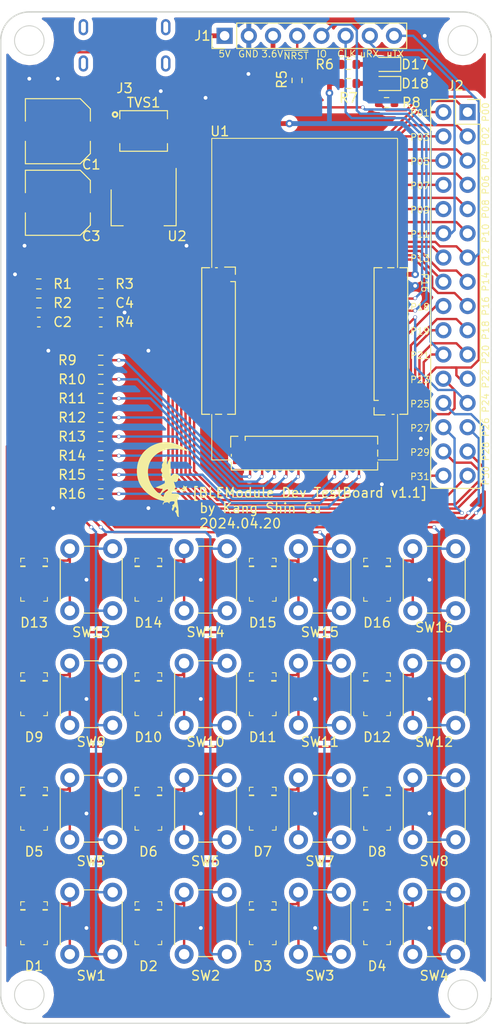
<source format=kicad_pcb>
(kicad_pcb (version 20171130) (host pcbnew "(5.1.10)-1")
  (layers (0 F.Cu signal) (31 B.Cu signal) (34 B.Paste user) (35 F.Paste user) (36 B.SilkS user) (37 F.SilkS user) (38 B.Mask user) (39 F.Mask user) (44 Edge.Cuts user))
  (net 0 "")
  (net 1 GNDPWR)
  (net 2 +5V)
  (net 3 +3.6V)
  (net 4 "Net-(D1-PadK)")
  (net 5 "Net-(D1-PadA)")
  (net 6 "Net-(D2-PadK)")
  (net 7 "Net-(D3-PadK)")
  (net 8 "Net-(D4-PadK)")
  (net 9 "Net-(D5-PadK)")
  (net 10 "Net-(D5-PadA)")
  (net 11 "Net-(D6-PadK)")
  (net 12 "Net-(D7-PadK)")
  (net 13 "Net-(D8-PadK)")
  (net 14 "Net-(D9-PadK)")
  (net 15 "Net-(D10-PadA)")
  (net 16 "Net-(D10-PadK)")
  (net 17 "Net-(D11-PadK)")
  (net 18 "Net-(D12-PadK)")
  (net 19 "Net-(D13-PadK)")
  (net 20 "Net-(D13-PadA)")
  (net 21 "Net-(D14-PadK)")
  (net 22 "Net-(D15-PadK)")
  (net 23 "Net-(D16-PadK)")
  (net 24 "Net-(D17-Pad2)")
  (net 25 "Net-(D18-Pad2)")
  (net 26 "Net-(D18-Pad1)")
  (net 27 P0.12)
  (net 28 P0.11)
  (net 29 SWD_CLK)
  (net 30 SWD_IO)
  (net 31 /~RESET)
  (net 32 P0.31)
  (net 33 P0.30)
  (net 34 P0.29)
  (net 35 P0.28)
  (net 36 P0.27)
  (net 37 P0.26)
  (net 38 P0.25)
  (net 39 P0.24)
  (net 40 P0.23)
  (net 41 P0.22)
  (net 42 P0.21)
  (net 43 P0.20)
  (net 44 P0.19)
  (net 45 P0.18)
  (net 46 P0.17)
  (net 47 P0.16)
  (net 48 P0.15)
  (net 49 P0.14)
  (net 50 P0.13)
  (net 51 P0.10)
  (net 52 P0.09)
  (net 53 P0.08)
  (net 54 P0.07)
  (net 55 P0.06)
  (net 56 P0.05)
  (net 57 P0.04)
  (net 58 P0.03)
  (net 59 P0.02)
  (net 60 P0.01)
  (net 61 P0.00)
  (net 62 "Net-(J3-Pad4)")
  (net 63 "Net-(J3-Pad3)")
  (net 64 "Net-(R3-Pad2)")
  (net 65 "Net-(R13-Pad2)")
  (net 66 "Net-(R14-Pad2)")
  (net 67 "Net-(R15-Pad2)")
  (net 68 "Net-(R16-Pad2)")
  (module Logo:Logo_fairy_small (layer F.Cu) (at 139 92.5)
    (fp_text reference REF** hide)
    (fp_text value Logo_fairy_small)
  )
  (module Custom:SW_PUSH_6mm_H5mm (layer F.Cu) (at 131.5 127 90)
    (fp_text reference SW5 (at -5.5 0 180) (layer F.SilkS))
    (fp_text value SW_Tact_1105)
    (pad 2 thru_hole circle (at -3.25 2.25 180) (size 2 2) (drill 1.1) (layers *.Cu *.Mask) (net 65 "Net-(R13-Pad2)"))
    (pad 1 thru_hole circle (at -3.25 -2.25 180) (size 2 2) (drill 1.1) (layers *.Cu *.Mask) (net 9 "Net-(D5-PadK)"))
    (pad 2 thru_hole circle (at 3.25 2.25 180) (size 2 2) (drill 1.1) (layers *.Cu *.Mask) (net 65 "Net-(R13-Pad2)"))
    (pad 1 thru_hole circle (at 3.25 -2.25 180) (size 2 2) (drill 1.1) (layers *.Cu *.Mask) (net 9 "Net-(D5-PadK)"))
  )
  (module Custom:SW_PUSH_6mm_H5mm (layer F.Cu) (at 131.5 103 90)
    (fp_text reference SW13 (at -5.5 0) (layer F.SilkS))
    (fp_text value SW_Tact_1105)
    (pad 2 thru_hole circle (at -3.25 2.25 180) (size 2 2) (drill 1.1) (layers *.Cu *.Mask) (net 65 "Net-(R13-Pad2)"))
    (pad 1 thru_hole circle (at -3.25 -2.25 180) (size 2 2) (drill 1.1) (layers *.Cu *.Mask) (net 19 "Net-(D13-PadK)"))
    (pad 2 thru_hole circle (at 3.25 2.25 180) (size 2 2) (drill 1.1) (layers *.Cu *.Mask) (net 65 "Net-(R13-Pad2)"))
    (pad 1 thru_hole circle (at 3.25 -2.25 180) (size 2 2) (drill 1.1) (layers *.Cu *.Mask) (net 19 "Net-(D13-PadK)"))
  )
  (module Custom:SW_PUSH_6mm_H5mm (layer F.Cu) (at 167.5 103 90)
    (fp_text reference SW16 (at -5 0 180) (layer F.SilkS))
    (fp_text value SW_Tact_1105)
    (pad 2 thru_hole circle (at -3.25 2.25 180) (size 2 2) (drill 1.1) (layers *.Cu *.Mask) (net 68 "Net-(R16-Pad2)"))
    (pad 1 thru_hole circle (at -3.25 -2.25 180) (size 2 2) (drill 1.1) (layers *.Cu *.Mask) (net 23 "Net-(D16-PadK)"))
    (pad 2 thru_hole circle (at 3.25 2.25 180) (size 2 2) (drill 1.1) (layers *.Cu *.Mask) (net 68 "Net-(R16-Pad2)"))
    (pad 1 thru_hole circle (at 3.25 -2.25 180) (size 2 2) (drill 1.1) (layers *.Cu *.Mask) (net 23 "Net-(D16-PadK)"))
  )
  (module Custom:PinHeader_1x08_P2.54mm_Vertical (layer F.Cu) (at 145.5 46 90)
    (fp_text reference J1 (at 0 -2.33) (layer F.SilkS))
    (fp_text value PinHeader2.54mm_8)
    (pad 8 thru_hole oval (at 0 17.78 90) (size 1.7 1.7) (drill 1) (layers *.Cu *.Mask) (net 27 P0.12))
    (pad 7 thru_hole oval (at 0 15.24 90) (size 1.7 1.7) (drill 1) (layers *.Cu *.Mask) (net 28 P0.11))
    (pad 6 thru_hole oval (at 0 12.7 90) (size 1.7 1.7) (drill 1) (layers *.Cu *.Mask) (net 29 SWD_CLK))
    (pad 5 thru_hole oval (at 0 10.16 90) (size 1.7 1.7) (drill 1) (layers *.Cu *.Mask) (net 30 SWD_IO))
    (pad 4 thru_hole oval (at 0 7.62 90) (size 1.7 1.7) (drill 1) (layers *.Cu *.Mask) (net 31 /~RESET))
    (pad 3 thru_hole oval (at 0 5.08 90) (size 1.7 1.7) (drill 1) (layers *.Cu *.Mask) (net 3 +3.6V))
    (pad 2 thru_hole oval (at 0 2.54 90) (size 1.7 1.7) (drill 1) (layers *.Cu *.Mask) (net 1 GNDPWR))
    (pad 1 thru_hole rect (at 0 0 90) (size 1.7 1.7) (drill 1) (layers *.Cu *.Mask) (net 2 +5V))
  )
  (module Custom:R_0603_1608Metric (layer F.Cu) (at 153.1 50.675 90)
    (fp_text reference R5 (at 0.1 -1.6 90) (layer F.SilkS))
    (fp_text value R_0RJ hide)
    (pad 1 smd roundrect (at -0.825 0 90) (size 0.8 0.95) (layers F.Cu F.Paste F.Mask) (net 42 P0.21))
    (pad 2 smd roundrect (at 0.825 0 90) (size 0.8 0.95) (layers F.Cu F.Paste F.Mask) (net 31 /~RESET))
  )
  (module Custom:BLEModule (layer F.Cu) (at 145.5 71)
    (fp_text reference U1 (at -0.508 -14.986) (layer F.SilkS))
    (fp_text value BLEModule)
    (pad 36 smd roundrect (at 18.0848 0 180) (size 2.3 1.04) (drill (offset 0.635 0)) (layers F.Cu F.Paste F.Mask) (roundrect_rratio 0.05) (net 3 +3.6V))
    (pad 34 smd roundrect (at 18.0848 2.54 180) (size 2.3 1.04) (drill (offset 0.635 0)) (layers F.Cu F.Paste F.Mask) (roundrect_rratio 0.05) (net 29 SWD_CLK))
    (pad 30 smd roundrect (at 18.0848 7.62 180) (size 2.3 1.04) (drill (offset 0.635 0)) (layers F.Cu F.Paste F.Mask) (roundrect_rratio 0.05) (net 41 P0.22))
    (pad 32 smd roundrect (at 18.0848 5.08 180) (size 2.3 1.04) (drill (offset 0.635 0)) (layers F.Cu F.Paste F.Mask) (roundrect_rratio 0.05) (net 39 P0.24))
    (pad 31 smd roundrect (at 18.0848 6.35 180) (size 2.3 1.04) (drill (offset 0.635 0)) (layers F.Cu F.Paste F.Mask) (roundrect_rratio 0.05) (net 40 P0.23))
    (pad 33 smd roundrect (at 18.0848 3.81 180) (size 2.3 1.04) (drill (offset 0.635 0)) (layers F.Cu F.Paste F.Mask) (roundrect_rratio 0.05) (net 30 SWD_IO))
    (pad 29 smd roundrect (at 18.0848 8.89 180) (size 2.3 1.04) (drill (offset 0.635 0)) (layers F.Cu F.Paste F.Mask) (roundrect_rratio 0.05) (net 42 P0.21))
    (pad 26 smd roundrect (at 18.0848 12.7 180) (size 2.3 1.04) (drill (offset 0.635 0)) (layers F.Cu F.Paste F.Mask) (roundrect_rratio 0.05) (net 45 P0.18))
    (pad 28 smd roundrect (at 18.0848 10.16 180) (size 2.3 1.04) (drill (offset 0.635 0)) (layers F.Cu F.Paste F.Mask) (roundrect_rratio 0.05) (net 43 P0.20))
    (pad 25 smd roundrect (at 18.0848 13.97 180) (size 2.3 1.04) (drill (offset 0.635 0)) (layers F.Cu F.Paste F.Mask) (roundrect_rratio 0.05) (net 46 P0.17))
    (pad 27 smd roundrect (at 18.0848 11.43 180) (size 2.3 1.04) (drill (offset 0.635 0)) (layers F.Cu F.Paste F.Mask) (roundrect_rratio 0.05) (net 44 P0.19))
    (pad 35 smd roundrect (at 18.0848 1.27 180) (size 2.3 1.04) (drill (offset 0.635 0)) (layers F.Cu F.Paste F.Mask) (roundrect_rratio 0.05) (net 1 GNDPWR))
    (pad 23 smd roundrect (at 14.1 19.37 90) (size 2.3 1.04) (drill (offset 0.635 0)) (layers F.Cu F.Paste F.Mask) (roundrect_rratio 0.05) (net 48 P0.15))
    (pad 22 smd roundrect (at 12.83 19.37 90) (size 2.3 1.04) (drill (offset 0.635 0)) (layers F.Cu F.Paste F.Mask) (roundrect_rratio 0.05) (net 49 P0.14))
    (pad 24 smd roundrect (at 15.37 19.37 90) (size 2.3 1.04) (drill (offset 0.635 0)) (layers F.Cu F.Paste F.Mask) (roundrect_rratio 0.05) (net 47 P0.16))
    (pad 15 smd roundrect (at 3.94 19.37 90) (size 2.3 1.04) (drill (offset 0.635 0)) (layers F.Cu F.Paste F.Mask) (roundrect_rratio 0.05) (net 54 P0.07))
    (pad 13 smd roundrect (at 1.4 19.37 90) (size 2.3 1.04) (drill (offset 0.635 0)) (layers F.Cu F.Paste F.Mask) (roundrect_rratio 0.05) (net 56 P0.05))
    (pad 14 smd roundrect (at 2.67 19.37 90) (size 2.3 1.04) (drill (offset 0.635 0)) (layers F.Cu F.Paste F.Mask) (roundrect_rratio 0.05) (net 55 P0.06))
    (pad 16 smd roundrect (at 5.21 19.37 90) (size 2.3 1.04) (drill (offset 0.635 0)) (layers F.Cu F.Paste F.Mask) (roundrect_rratio 0.05) (net 53 P0.08))
    (pad 17 smd roundrect (at 6.48 19.37 90) (size 2.3 1.04) (drill (offset 0.635 0)) (layers F.Cu F.Paste F.Mask) (roundrect_rratio 0.05) (net 52 P0.09))
    (pad 21 smd roundrect (at 11.56 19.37 90) (size 2.3 1.04) (drill (offset 0.635 0)) (layers F.Cu F.Paste F.Mask) (roundrect_rratio 0.05) (net 50 P0.13))
    (pad 19 smd roundrect (at 9.02 19.37 90) (size 2.3 1.04) (drill (offset 0.635 0)) (layers F.Cu F.Paste F.Mask) (roundrect_rratio 0.05) (net 28 P0.11))
    (pad 18 smd roundrect (at 7.75 19.37 90) (size 2.3 1.04) (drill (offset 0.635 0)) (layers F.Cu F.Paste F.Mask) (roundrect_rratio 0.05) (net 51 P0.10))
    (pad 20 smd roundrect (at 10.29 19.37 90) (size 2.3 1.04) (drill (offset 0.635 0)) (layers F.Cu F.Paste F.Mask) (roundrect_rratio 0.05) (net 27 P0.12))
    (pad 11 smd roundrect (at -1.27 12.7) (size 2.3 1.04) (drill (offset 0.635 0)) (layers F.Cu F.Paste F.Mask) (roundrect_rratio 0.05) (net 58 P0.03))
    (pad 10 smd roundrect (at -1.27 11.43) (size 2.3 1.04) (drill (offset 0.635 0)) (layers F.Cu F.Paste F.Mask) (roundrect_rratio 0.05) (net 59 P0.02))
    (pad 12 smd roundrect (at -1.27 13.97) (size 2.3 1.04) (drill (offset 0.635 0)) (layers F.Cu F.Paste F.Mask) (roundrect_rratio 0.05) (net 57 P0.04))
    (pad 7 smd roundrect (at -1.27 7.62) (size 2.3 1.04) (drill (offset 0.635 0)) (layers F.Cu F.Paste F.Mask) (roundrect_rratio 0.05) (net 32 P0.31))
    (pad 6 smd roundrect (at -1.27 6.35) (size 2.3 1.04) (drill (offset 0.635 0)) (layers F.Cu F.Paste F.Mask) (roundrect_rratio 0.05) (net 33 P0.30))
    (pad 8 smd roundrect (at -1.27 8.89) (size 2.3 1.04) (drill (offset 0.635 0)) (layers F.Cu F.Paste F.Mask) (roundrect_rratio 0.05) (net 61 P0.00))
    (pad 9 smd roundrect (at -1.27 10.16) (size 2.3 1.04) (drill (offset 0.635 0)) (layers F.Cu F.Paste F.Mask) (roundrect_rratio 0.05) (net 60 P0.01))
    (pad 5 smd roundrect (at -1.27 5.08) (size 2.3 1.04) (drill (offset 0.635 0)) (layers F.Cu F.Paste F.Mask) (roundrect_rratio 0.05) (net 34 P0.29))
    (pad 4 smd roundrect (at -1.27 3.81) (size 2.3 1.04) (drill (offset 0.635 0)) (layers F.Cu F.Paste F.Mask) (roundrect_rratio 0.05) (net 35 P0.28))
    (pad 3 smd roundrect (at -1.27 2.54) (size 2.3 1.04) (drill (offset 0.635 0)) (layers F.Cu F.Paste F.Mask) (roundrect_rratio 0.05) (net 36 P0.27))
    (pad 2 smd roundrect (at -1.27 1.27) (size 2.3 1.04) (drill (offset 0.635 0)) (layers F.Cu F.Paste F.Mask) (roundrect_rratio 0.05) (net 37 P0.26))
    (pad 1 smd roundrect (at -1.27 0) (size 2.3 1.04) (drill (offset 0.635 0)) (layers F.Cu F.Paste F.Mask) (roundrect_rratio 0.05) (net 38 P0.25))
  )
  (module Custom:R_0603_1608Metric (layer F.Cu) (at 132.5 94 180)
    (fp_text reference R16 (at 3 0) (layer F.SilkS))
    (fp_text value R_0RJ hide)
    (pad 1 smd roundrect (at -0.825 0 180) (size 0.8 0.95) (layers F.Cu F.Paste F.Mask) (net 48 P0.15))
    (pad 2 smd roundrect (at 0.825 0 180) (size 0.8 0.95) (layers F.Cu F.Paste F.Mask) (net 68 "Net-(R16-Pad2)"))
  )
  (module Custom:R_0603_1608Metric (layer F.Cu) (at 132.5 92 180)
    (fp_text reference R15 (at 3 0) (layer F.SilkS))
    (fp_text value R_0RJ hide)
    (pad 1 smd roundrect (at -0.825 0 180) (size 0.8 0.95) (layers F.Cu F.Paste F.Mask) (net 49 P0.14))
    (pad 2 smd roundrect (at 0.825 0 180) (size 0.8 0.95) (layers F.Cu F.Paste F.Mask) (net 67 "Net-(R15-Pad2)"))
  )
  (module Custom:R_0603_1608Metric (layer F.Cu) (at 132.5 90 180)
    (fp_text reference R14 (at 3 0) (layer F.SilkS))
    (fp_text value R_0RJ hide)
    (pad 1 smd roundrect (at -0.825 0 180) (size 0.8 0.95) (layers F.Cu F.Paste F.Mask) (net 50 P0.13))
    (pad 2 smd roundrect (at 0.825 0 180) (size 0.8 0.95) (layers F.Cu F.Paste F.Mask) (net 66 "Net-(R14-Pad2)"))
  )
  (module Custom:R_0603_1608Metric (layer F.Cu) (at 132.5 88 180)
    (fp_text reference R13 (at 3 0) (layer F.SilkS))
    (fp_text value R_0RJ hide)
    (pad 1 smd roundrect (at -0.825 0 180) (size 0.8 0.95) (layers F.Cu F.Paste F.Mask) (net 51 P0.10))
    (pad 2 smd roundrect (at 0.825 0 180) (size 0.8 0.95) (layers F.Cu F.Paste F.Mask) (net 65 "Net-(R13-Pad2)"))
  )
  (module Custom:R_0603_1608Metric (layer F.Cu) (at 132.5 80 180)
    (fp_text reference R9 (at 3.5 0) (layer F.SilkS))
    (fp_text value R_0RJ hide)
    (pad 1 smd roundrect (at -0.825 0 180) (size 0.8 0.95) (layers F.Cu F.Paste F.Mask) (net 55 P0.06))
    (pad 2 smd roundrect (at 0.825 0 180) (size 0.8 0.95) (layers F.Cu F.Paste F.Mask) (net 5 "Net-(D1-PadA)"))
  )
  (module Custom:R_0603_1608Metric (layer F.Cu) (at 132.5 82 180)
    (fp_text reference R10 (at 3 0) (layer F.SilkS))
    (fp_text value R_0RJ hide)
    (pad 1 smd roundrect (at -0.825 0 180) (size 0.8 0.95) (layers F.Cu F.Paste F.Mask) (net 54 P0.07))
    (pad 2 smd roundrect (at 0.825 0 180) (size 0.8 0.95) (layers F.Cu F.Paste F.Mask) (net 10 "Net-(D5-PadA)"))
  )
  (module Custom:R_0603_1608Metric (layer F.Cu) (at 132.5 84 180)
    (fp_text reference R11 (at 3 0) (layer F.SilkS))
    (fp_text value R_0RJ hide)
    (pad 1 smd roundrect (at -0.825 0 180) (size 0.8 0.95) (layers F.Cu F.Paste F.Mask) (net 53 P0.08))
    (pad 2 smd roundrect (at 0.825 0 180) (size 0.8 0.95) (layers F.Cu F.Paste F.Mask) (net 15 "Net-(D10-PadA)"))
  )
  (module Custom:R_0603_1608Metric (layer F.Cu) (at 132.5 86 180)
    (fp_text reference R12 (at 3 0) (layer F.SilkS))
    (fp_text value R_0RJ hide)
    (pad 1 smd roundrect (at -0.825 0 180) (size 0.8 0.95) (layers F.Cu F.Paste F.Mask) (net 52 P0.09))
    (pad 2 smd roundrect (at 0.825 0 180) (size 0.8 0.95) (layers F.Cu F.Paste F.Mask) (net 20 "Net-(D13-PadA)"))
  )
  (module Custom:R_0603_1608Metric (layer F.Cu) (at 162.5 53)
    (fp_text reference R8 (at 2.6 0) (layer F.SilkS))
    (fp_text value R_0RJ hide)
    (pad 1 smd roundrect (at -0.825 0) (size 0.8 0.95) (layers F.Cu F.Paste F.Mask) (net 41 P0.22))
    (pad 2 smd roundrect (at 0.825 0) (size 0.8 0.95) (layers F.Cu F.Paste F.Mask) (net 26 "Net-(D18-Pad1)"))
  )
  (module Custom:SOT-223-3_TabPin2 (layer F.Cu) (at 137 64 270)
    (fp_text reference U2 (at 3 -3.5 180) (layer F.SilkS))
    (fp_text value LMT117-ADJ)
    (pad 2 smd rect (at 3.15 0 270) (size 2 3.8) (layers F.Cu F.Paste F.Mask) (net 3 +3.6V))
    (pad 2 smd rect (at -3.15 0 270) (size 2 1.5) (layers F.Cu F.Paste F.Mask) (net 3 +3.6V))
    (pad 3 smd rect (at -3.15 2.3 270) (size 2 1.5) (layers F.Cu F.Paste F.Mask) (net 2 +5V))
    (pad 1 smd rect (at -3.15 -2.3 270) (size 2 1.5) (layers F.Cu F.Paste F.Mask) (net 64 "Net-(R3-Pad2)"))
  )
  (module Custom:D_SMB (layer F.Cu) (at 137 56)
    (fp_text reference TVS1 (at 0 -3) (layer F.SilkS))
    (fp_text value SMBJ15A hide)
    (pad 1 smd rect (at -2.15 0) (size 2.5 2.3) (layers F.Cu F.Paste F.Mask) (net 2 +5V))
    (pad 2 smd rect (at 2.15 0) (size 2.5 2.3) (layers F.Cu F.Paste F.Mask) (net 1 GNDPWR))
  )
  (module Custom:SW_PUSH_6mm_H5mm (layer F.Cu) (at 167.5 139 90)
    (fp_text reference SW4 (at -5.5 0 180) (layer F.SilkS))
    (fp_text value SW_Tact_1105)
    (pad 2 thru_hole circle (at -3.25 2.25 180) (size 2 2) (drill 1.1) (layers *.Cu *.Mask) (net 68 "Net-(R16-Pad2)"))
    (pad 1 thru_hole circle (at -3.25 -2.25 180) (size 2 2) (drill 1.1) (layers *.Cu *.Mask) (net 8 "Net-(D4-PadK)"))
    (pad 2 thru_hole circle (at 3.25 2.25 180) (size 2 2) (drill 1.1) (layers *.Cu *.Mask) (net 68 "Net-(R16-Pad2)"))
    (pad 1 thru_hole circle (at 3.25 -2.25 180) (size 2 2) (drill 1.1) (layers *.Cu *.Mask) (net 8 "Net-(D4-PadK)"))
  )
  (module Custom:SW_PUSH_6mm_H5mm (layer F.Cu) (at 155.5 139 90)
    (fp_text reference SW3 (at -5.5 0 180) (layer F.SilkS))
    (fp_text value SW_Tact_1105)
    (pad 2 thru_hole circle (at -3.25 2.25 180) (size 2 2) (drill 1.1) (layers *.Cu *.Mask) (net 67 "Net-(R15-Pad2)"))
    (pad 1 thru_hole circle (at -3.25 -2.25 180) (size 2 2) (drill 1.1) (layers *.Cu *.Mask) (net 7 "Net-(D3-PadK)"))
    (pad 2 thru_hole circle (at 3.25 2.25 180) (size 2 2) (drill 1.1) (layers *.Cu *.Mask) (net 67 "Net-(R15-Pad2)"))
    (pad 1 thru_hole circle (at 3.25 -2.25 180) (size 2 2) (drill 1.1) (layers *.Cu *.Mask) (net 7 "Net-(D3-PadK)"))
  )
  (module Custom:SW_PUSH_6mm_H5mm (layer F.Cu) (at 143.5 139 90)
    (fp_text reference SW2 (at -5.5 0 180) (layer F.SilkS))
    (fp_text value SW_Tact_1105)
    (pad 2 thru_hole circle (at -3.25 2.25 180) (size 2 2) (drill 1.1) (layers *.Cu *.Mask) (net 66 "Net-(R14-Pad2)"))
    (pad 1 thru_hole circle (at -3.25 -2.25 180) (size 2 2) (drill 1.1) (layers *.Cu *.Mask) (net 6 "Net-(D2-PadK)"))
    (pad 2 thru_hole circle (at 3.25 2.25 180) (size 2 2) (drill 1.1) (layers *.Cu *.Mask) (net 66 "Net-(R14-Pad2)"))
    (pad 1 thru_hole circle (at 3.25 -2.25 180) (size 2 2) (drill 1.1) (layers *.Cu *.Mask) (net 6 "Net-(D2-PadK)"))
  )
  (module Custom:SW_PUSH_6mm_H5mm (layer F.Cu) (at 131.5 139 90)
    (fp_text reference SW1 (at -5.5 0 180) (layer F.SilkS))
    (fp_text value SW_Tact_1105)
    (pad 2 thru_hole circle (at -3.25 2.25 180) (size 2 2) (drill 1.1) (layers *.Cu *.Mask) (net 65 "Net-(R13-Pad2)"))
    (pad 1 thru_hole circle (at -3.25 -2.25 180) (size 2 2) (drill 1.1) (layers *.Cu *.Mask) (net 4 "Net-(D1-PadK)"))
    (pad 2 thru_hole circle (at 3.25 2.25 180) (size 2 2) (drill 1.1) (layers *.Cu *.Mask) (net 65 "Net-(R13-Pad2)"))
    (pad 1 thru_hole circle (at 3.25 -2.25 180) (size 2 2) (drill 1.1) (layers *.Cu *.Mask) (net 4 "Net-(D1-PadK)"))
  )
  (module Custom:SW_PUSH_6mm_H5mm (layer F.Cu) (at 167.5 127 90)
    (fp_text reference SW8 (at -5.5 0 180) (layer F.SilkS))
    (fp_text value SW_Tact_1105)
    (pad 2 thru_hole circle (at -3.25 2.25 180) (size 2 2) (drill 1.1) (layers *.Cu *.Mask) (net 68 "Net-(R16-Pad2)"))
    (pad 1 thru_hole circle (at -3.25 -2.25 180) (size 2 2) (drill 1.1) (layers *.Cu *.Mask) (net 13 "Net-(D8-PadK)"))
    (pad 2 thru_hole circle (at 3.25 2.25 180) (size 2 2) (drill 1.1) (layers *.Cu *.Mask) (net 68 "Net-(R16-Pad2)"))
    (pad 1 thru_hole circle (at 3.25 -2.25 180) (size 2 2) (drill 1.1) (layers *.Cu *.Mask) (net 13 "Net-(D8-PadK)"))
  )
  (module Custom:SW_PUSH_6mm_H5mm (layer F.Cu) (at 155.5 127 90)
    (fp_text reference SW7 (at -5.5 0 180) (layer F.SilkS))
    (fp_text value SW_Tact_1105)
    (pad 2 thru_hole circle (at -3.25 2.25 180) (size 2 2) (drill 1.1) (layers *.Cu *.Mask) (net 67 "Net-(R15-Pad2)"))
    (pad 1 thru_hole circle (at -3.25 -2.25 180) (size 2 2) (drill 1.1) (layers *.Cu *.Mask) (net 12 "Net-(D7-PadK)"))
    (pad 2 thru_hole circle (at 3.25 2.25 180) (size 2 2) (drill 1.1) (layers *.Cu *.Mask) (net 67 "Net-(R15-Pad2)"))
    (pad 1 thru_hole circle (at 3.25 -2.25 180) (size 2 2) (drill 1.1) (layers *.Cu *.Mask) (net 12 "Net-(D7-PadK)"))
  )
  (module Custom:SW_PUSH_6mm_H5mm (layer F.Cu) (at 143.5 127 90)
    (fp_text reference SW6 (at -5.5 0 180) (layer F.SilkS))
    (fp_text value SW_Tact_1105)
    (pad 2 thru_hole circle (at -3.25 2.25 180) (size 2 2) (drill 1.1) (layers *.Cu *.Mask) (net 66 "Net-(R14-Pad2)"))
    (pad 1 thru_hole circle (at -3.25 -2.25 180) (size 2 2) (drill 1.1) (layers *.Cu *.Mask) (net 11 "Net-(D6-PadK)"))
    (pad 2 thru_hole circle (at 3.25 2.25 180) (size 2 2) (drill 1.1) (layers *.Cu *.Mask) (net 66 "Net-(R14-Pad2)"))
    (pad 1 thru_hole circle (at 3.25 -2.25 180) (size 2 2) (drill 1.1) (layers *.Cu *.Mask) (net 11 "Net-(D6-PadK)"))
  )
  (module Custom:SW_PUSH_6mm_H5mm (layer F.Cu) (at 167.5 115 90)
    (fp_text reference SW12 (at -5 0 180) (layer F.SilkS))
    (fp_text value SW_Tact_1105)
    (pad 2 thru_hole circle (at -3.25 2.25 180) (size 2 2) (drill 1.1) (layers *.Cu *.Mask) (net 68 "Net-(R16-Pad2)"))
    (pad 1 thru_hole circle (at -3.25 -2.25 180) (size 2 2) (drill 1.1) (layers *.Cu *.Mask) (net 18 "Net-(D12-PadK)"))
    (pad 2 thru_hole circle (at 3.25 2.25 180) (size 2 2) (drill 1.1) (layers *.Cu *.Mask) (net 68 "Net-(R16-Pad2)"))
    (pad 1 thru_hole circle (at 3.25 -2.25 180) (size 2 2) (drill 1.1) (layers *.Cu *.Mask) (net 18 "Net-(D12-PadK)"))
  )
  (module Custom:SW_PUSH_6mm_H5mm (layer F.Cu) (at 155.5 115 90)
    (fp_text reference SW11 (at -5 0 180) (layer F.SilkS))
    (fp_text value SW_Tact_1105)
    (pad 2 thru_hole circle (at -3.25 2.25 180) (size 2 2) (drill 1.1) (layers *.Cu *.Mask) (net 67 "Net-(R15-Pad2)"))
    (pad 1 thru_hole circle (at -3.25 -2.25 180) (size 2 2) (drill 1.1) (layers *.Cu *.Mask) (net 17 "Net-(D11-PadK)"))
    (pad 2 thru_hole circle (at 3.25 2.25 180) (size 2 2) (drill 1.1) (layers *.Cu *.Mask) (net 67 "Net-(R15-Pad2)"))
    (pad 1 thru_hole circle (at 3.25 -2.25 180) (size 2 2) (drill 1.1) (layers *.Cu *.Mask) (net 17 "Net-(D11-PadK)"))
  )
  (module Custom:SW_PUSH_6mm_H5mm (layer F.Cu) (at 143.5 115 90)
    (fp_text reference SW10 (at -5 0 180) (layer F.SilkS))
    (fp_text value SW_Tact_1105)
    (pad 2 thru_hole circle (at -3.25 2.25 180) (size 2 2) (drill 1.1) (layers *.Cu *.Mask) (net 66 "Net-(R14-Pad2)"))
    (pad 1 thru_hole circle (at -3.25 -2.25 180) (size 2 2) (drill 1.1) (layers *.Cu *.Mask) (net 16 "Net-(D10-PadK)"))
    (pad 2 thru_hole circle (at 3.25 2.25 180) (size 2 2) (drill 1.1) (layers *.Cu *.Mask) (net 66 "Net-(R14-Pad2)"))
    (pad 1 thru_hole circle (at 3.25 -2.25 180) (size 2 2) (drill 1.1) (layers *.Cu *.Mask) (net 16 "Net-(D10-PadK)"))
  )
  (module Custom:SW_PUSH_6mm_H5mm (layer F.Cu) (at 131.5 115 90)
    (fp_text reference SW9 (at -5 0 180) (layer F.SilkS))
    (fp_text value SW_Tact_1105)
    (pad 2 thru_hole circle (at -3.25 2.25 180) (size 2 2) (drill 1.1) (layers *.Cu *.Mask) (net 65 "Net-(R13-Pad2)"))
    (pad 1 thru_hole circle (at -3.25 -2.25 180) (size 2 2) (drill 1.1) (layers *.Cu *.Mask) (net 14 "Net-(D9-PadK)"))
    (pad 2 thru_hole circle (at 3.25 2.25 180) (size 2 2) (drill 1.1) (layers *.Cu *.Mask) (net 65 "Net-(R13-Pad2)"))
    (pad 1 thru_hole circle (at 3.25 -2.25 180) (size 2 2) (drill 1.1) (layers *.Cu *.Mask) (net 14 "Net-(D9-PadK)"))
  )
  (module Custom:SW_PUSH_6mm_H5mm (layer F.Cu) (at 155.5 103 90)
    (fp_text reference SW15 (at -5.5 0) (layer F.SilkS))
    (fp_text value SW_Tact_1105)
    (pad 2 thru_hole circle (at -3.25 2.25 180) (size 2 2) (drill 1.1) (layers *.Cu *.Mask) (net 67 "Net-(R15-Pad2)"))
    (pad 1 thru_hole circle (at -3.25 -2.25 180) (size 2 2) (drill 1.1) (layers *.Cu *.Mask) (net 22 "Net-(D15-PadK)"))
    (pad 2 thru_hole circle (at 3.25 2.25 180) (size 2 2) (drill 1.1) (layers *.Cu *.Mask) (net 67 "Net-(R15-Pad2)"))
    (pad 1 thru_hole circle (at 3.25 -2.25 180) (size 2 2) (drill 1.1) (layers *.Cu *.Mask) (net 22 "Net-(D15-PadK)"))
  )
  (module Custom:SW_PUSH_6mm_H5mm (layer F.Cu) (at 143.5 103 90)
    (fp_text reference SW14 (at -5.5 0 180) (layer F.SilkS))
    (fp_text value SW_Tact_1105)
    (pad 2 thru_hole circle (at -3.25 2.25 180) (size 2 2) (drill 1.1) (layers *.Cu *.Mask) (net 66 "Net-(R14-Pad2)"))
    (pad 1 thru_hole circle (at -3.25 -2.25 180) (size 2 2) (drill 1.1) (layers *.Cu *.Mask) (net 21 "Net-(D14-PadK)"))
    (pad 2 thru_hole circle (at 3.25 2.25 180) (size 2 2) (drill 1.1) (layers *.Cu *.Mask) (net 66 "Net-(R14-Pad2)"))
    (pad 1 thru_hole circle (at 3.25 -2.25 180) (size 2 2) (drill 1.1) (layers *.Cu *.Mask) (net 21 "Net-(D14-PadK)"))
  )
  (module Custom:R_0603_1608Metric (layer F.Cu) (at 158.5 51)
    (fp_text reference R7 (at 0 1.5) (layer F.SilkS))
    (fp_text value R_270RF hide)
    (pad 1 smd roundrect (at -0.825 0) (size 0.8 0.95) (layers F.Cu F.Paste F.Mask) (net 3 +3.6V))
    (pad 2 smd roundrect (at 0.825 0) (size 0.8 0.95) (layers F.Cu F.Paste F.Mask) (net 25 "Net-(D18-Pad2)"))
  )
  (module Custom:R_0603_1608Metric (layer F.Cu) (at 158.5 49)
    (fp_text reference R6 (at -2.5 0) (layer F.SilkS))
    (fp_text value R_270RF hide)
    (pad 1 smd roundrect (at -0.825 0) (size 0.8 0.95) (layers F.Cu F.Paste F.Mask) (net 3 +3.6V))
    (pad 2 smd roundrect (at 0.825 0) (size 0.8 0.95) (layers F.Cu F.Paste F.Mask) (net 24 "Net-(D17-Pad2)"))
  )
  (module Custom:R_0603_1608Metric (layer F.Cu) (at 132.5 74 180)
    (fp_text reference R4 (at -2.5 -2) (layer F.SilkS))
    (fp_text value R_510RF hide)
    (pad 1 smd roundrect (at -0.825 0 180) (size 0.8 0.95) (layers F.Cu F.Paste F.Mask) (net 64 "Net-(R3-Pad2)"))
    (pad 2 smd roundrect (at 0.825 0 180) (size 0.8 0.95) (layers F.Cu F.Paste F.Mask) (net 1 GNDPWR))
  )
  (module Custom:R_0603_1608Metric (layer F.Cu) (at 126 74)
    (fp_text reference R2 (at 2.5 0) (layer F.SilkS))
    (fp_text value R_4.7KF hide)
    (pad 1 smd roundrect (at -0.825 0) (size 0.8 0.95) (layers F.Cu F.Paste F.Mask) (net 1 GNDPWR))
    (pad 2 smd roundrect (at 0.825 0) (size 0.8 0.95) (layers F.Cu F.Paste F.Mask) (net 62 "Net-(J3-Pad4)"))
  )
  (module Custom:R_0603_1608Metric (layer F.Cu) (at 132.5 72)
    (fp_text reference R3 (at 2.5 0) (layer F.SilkS))
    (fp_text value R_270RF hide)
    (pad 1 smd roundrect (at -0.825 0) (size 0.8 0.95) (layers F.Cu F.Paste F.Mask) (net 3 +3.6V))
    (pad 2 smd roundrect (at 0.825 0) (size 0.8 0.95) (layers F.Cu F.Paste F.Mask) (net 64 "Net-(R3-Pad2)"))
  )
  (module Custom:R_0603_1608Metric (layer F.Cu) (at 126 72)
    (fp_text reference R1 (at 2.5 0) (layer F.SilkS))
    (fp_text value R_4.7KF hide)
    (pad 1 smd roundrect (at -0.825 0) (size 0.8 0.95) (layers F.Cu F.Paste F.Mask) (net 1 GNDPWR))
    (pad 2 smd roundrect (at 0.825 0) (size 0.8 0.95) (layers F.Cu F.Paste F.Mask) (net 63 "Net-(J3-Pad3)"))
  )
  (module Custom:TYPE-C-31-M-17-1 (layer F.Cu) (at 135 42.5 180)
    (fp_text reference J3 (at 0 -9) (layer F.SilkS))
    (fp_text value USB-TYPE-C-31-M-17)
    (pad "" thru_hole oval (at -4.32 -6.4 180) (size 1 1.7) (drill oval 0.5 1.2) (layers *.Cu *.Mask))
    (pad "" thru_hole oval (at 4.32 -6.4 180) (size 1 1.7) (drill oval 0.5 1.2) (layers *.Cu *.Mask))
    (pad "" thru_hole oval (at 4.32 -2.6 180) (size 1 1.7) (drill oval 0.5 1.2) (layers *.Cu *.Mask))
    (pad "" thru_hole oval (at -4.32 -2.6 180) (size 1 1.7) (drill oval 0.5 1.2) (layers *.Cu *.Mask))
    (pad 1 smd rect (at -2.75 -6.95 180) (size 0.9 2) (layers F.Cu F.Paste F.Mask) (net 1 GNDPWR))
    (pad 2 smd rect (at -1.52 -6.95 180) (size 0.8 2) (layers F.Cu F.Paste F.Mask) (net 2 +5V))
    (pad 4 smd rect (at 0.5 -6.95 180) (size 0.7 2) (layers F.Cu F.Paste F.Mask) (net 62 "Net-(J3-Pad4)"))
    (pad 6 smd rect (at 2.75 -6.95 180) (size 0.9 2) (layers F.Cu F.Paste F.Mask) (net 1 GNDPWR))
    (pad 5 smd rect (at 1.52 -6.95 180) (size 0.8 2) (layers F.Cu F.Paste F.Mask) (net 2 +5V))
    (pad 3 smd rect (at -0.5 -6.95 180) (size 0.7 2) (layers F.Cu F.Paste F.Mask) (net 63 "Net-(J3-Pad3)"))
  )
  (module Connector_PinSocket_2.54mm:PinSocket_2x16_P2.54mm_Vertical (layer F.Cu) (at 171 54)
    (fp_text reference J2 (at -1.27 -2.77) (layer F.SilkS))
    (fp_text value PinHeader2.54mm_2x16)
    (pad 32 thru_hole oval (at -2.54 38.1) (size 1.7 1.7) (drill 1) (layers *.Cu *.Mask) (net 32 P0.31))
    (pad 31 thru_hole oval (at 0 38.1) (size 1.7 1.7) (drill 1) (layers *.Cu *.Mask) (net 33 P0.30))
    (pad 30 thru_hole oval (at -2.54 35.56) (size 1.7 1.7) (drill 1) (layers *.Cu *.Mask) (net 34 P0.29))
    (pad 29 thru_hole oval (at 0 35.56) (size 1.7 1.7) (drill 1) (layers *.Cu *.Mask) (net 35 P0.28))
    (pad 28 thru_hole oval (at -2.54 33.02) (size 1.7 1.7) (drill 1) (layers *.Cu *.Mask) (net 36 P0.27))
    (pad 27 thru_hole oval (at 0 33.02) (size 1.7 1.7) (drill 1) (layers *.Cu *.Mask) (net 37 P0.26))
    (pad 26 thru_hole oval (at -2.54 30.48) (size 1.7 1.7) (drill 1) (layers *.Cu *.Mask) (net 38 P0.25))
    (pad 25 thru_hole oval (at 0 30.48) (size 1.7 1.7) (drill 1) (layers *.Cu *.Mask) (net 39 P0.24))
    (pad 24 thru_hole oval (at -2.54 27.94) (size 1.7 1.7) (drill 1) (layers *.Cu *.Mask) (net 40 P0.23))
    (pad 23 thru_hole oval (at 0 27.94) (size 1.7 1.7) (drill 1) (layers *.Cu *.Mask) (net 41 P0.22))
    (pad 22 thru_hole oval (at -2.54 25.4) (size 1.7 1.7) (drill 1) (layers *.Cu *.Mask) (net 42 P0.21))
    (pad 21 thru_hole oval (at 0 25.4) (size 1.7 1.7) (drill 1) (layers *.Cu *.Mask) (net 43 P0.20))
    (pad 20 thru_hole oval (at -2.54 22.86) (size 1.7 1.7) (drill 1) (layers *.Cu *.Mask) (net 44 P0.19))
    (pad 19 thru_hole oval (at 0 22.86) (size 1.7 1.7) (drill 1) (layers *.Cu *.Mask) (net 45 P0.18))
    (pad 18 thru_hole oval (at -2.54 20.32) (size 1.7 1.7) (drill 1) (layers *.Cu *.Mask) (net 46 P0.17))
    (pad 17 thru_hole oval (at 0 20.32) (size 1.7 1.7) (drill 1) (layers *.Cu *.Mask) (net 47 P0.16))
    (pad 16 thru_hole oval (at -2.54 17.78) (size 1.7 1.7) (drill 1) (layers *.Cu *.Mask) (net 48 P0.15))
    (pad 15 thru_hole oval (at 0 17.78) (size 1.7 1.7) (drill 1) (layers *.Cu *.Mask) (net 49 P0.14))
    (pad 14 thru_hole oval (at -2.54 15.24) (size 1.7 1.7) (drill 1) (layers *.Cu *.Mask) (net 50 P0.13))
    (pad 13 thru_hole oval (at 0 15.24) (size 1.7 1.7) (drill 1) (layers *.Cu *.Mask) (net 27 P0.12))
    (pad 12 thru_hole oval (at -2.54 12.7) (size 1.7 1.7) (drill 1) (layers *.Cu *.Mask) (net 28 P0.11))
    (pad 11 thru_hole oval (at 0 12.7) (size 1.7 1.7) (drill 1) (layers *.Cu *.Mask) (net 51 P0.10))
    (pad 10 thru_hole oval (at -2.54 10.16) (size 1.7 1.7) (drill 1) (layers *.Cu *.Mask) (net 52 P0.09))
    (pad 9 thru_hole oval (at 0 10.16) (size 1.7 1.7) (drill 1) (layers *.Cu *.Mask) (net 53 P0.08))
    (pad 8 thru_hole oval (at -2.54 7.62) (size 1.7 1.7) (drill 1) (layers *.Cu *.Mask) (net 54 P0.07))
    (pad 7 thru_hole oval (at 0 7.62) (size 1.7 1.7) (drill 1) (layers *.Cu *.Mask) (net 55 P0.06))
    (pad 6 thru_hole oval (at -2.54 5.08) (size 1.7 1.7) (drill 1) (layers *.Cu *.Mask) (net 56 P0.05))
    (pad 5 thru_hole oval (at 0 5.08) (size 1.7 1.7) (drill 1) (layers *.Cu *.Mask) (net 57 P0.04))
    (pad 4 thru_hole oval (at -2.54 2.54) (size 1.7 1.7) (drill 1) (layers *.Cu *.Mask) (net 58 P0.03))
    (pad 3 thru_hole oval (at 0 2.54) (size 1.7 1.7) (drill 1) (layers *.Cu *.Mask) (net 59 P0.02))
    (pad 2 thru_hole oval (at -2.54 0) (size 1.7 1.7) (drill 1) (layers *.Cu *.Mask) (net 60 P0.01))
    (pad 1 thru_hole rect (at 0 0) (size 1.7 1.7) (drill 1) (layers *.Cu *.Mask) (net 61 P0.00))
  )
  (module LED_SMD:LED_0603_1608Metric (layer F.Cu) (at 162.5 51 180)
    (fp_text reference D18 (at -3 0) (layer F.SilkS))
    (fp_text value LED_1608_R)
    (pad 2 smd roundrect (at 0.7875 0 180) (size 0.875 0.95) (layers F.Cu F.Paste F.Mask) (net 25 "Net-(D18-Pad2)"))
    (pad 1 smd roundrect (at -0.7875 0 180) (size 0.875 0.95) (layers F.Cu F.Paste F.Mask) (net 26 "Net-(D18-Pad1)"))
  )
  (module LED_SMD:LED_0603_1608Metric (layer F.Cu) (at 162.5 49 180)
    (fp_text reference D17 (at -3 0) (layer F.SilkS))
    (fp_text value LED_1608_B)
    (pad 2 smd roundrect (at 0.7875 0 180) (size 0.875 0.95) (layers F.Cu F.Paste F.Mask) (net 24 "Net-(D17-Pad2)"))
    (pad 1 smd roundrect (at -0.7875 0 180) (size 0.875 0.95) (layers F.Cu F.Paste F.Mask) (net 1 GNDPWR))
  )
  (module digikey-footprints:DO-214AC (layer F.Cu) (at 161.5 139 270)
    (fp_text reference D4 (at 4.5 0 180) (layer F.SilkS))
    (fp_text value SS14)
    (pad K smd rect (at -2 0 270) (size 2.5 1.7) (layers F.Cu F.Paste F.Mask) (net 8 "Net-(D4-PadK)"))
    (pad A smd rect (at 2 0 270) (size 2.5 1.7) (layers F.Cu F.Paste F.Mask) (net 5 "Net-(D1-PadA)"))
  )
  (module digikey-footprints:DO-214AC (layer F.Cu) (at 149.5 139 270)
    (fp_text reference D3 (at 4.5 0 180) (layer F.SilkS))
    (fp_text value SS14)
    (pad K smd rect (at -2 0 270) (size 2.5 1.7) (layers F.Cu F.Paste F.Mask) (net 7 "Net-(D3-PadK)"))
    (pad A smd rect (at 2 0 270) (size 2.5 1.7) (layers F.Cu F.Paste F.Mask) (net 5 "Net-(D1-PadA)"))
  )
  (module digikey-footprints:DO-214AC (layer F.Cu) (at 137.5 139 270)
    (fp_text reference D2 (at 4.5 0 180) (layer F.SilkS))
    (fp_text value SS14)
    (pad K smd rect (at -2 0 270) (size 2.5 1.7) (layers F.Cu F.Paste F.Mask) (net 6 "Net-(D2-PadK)"))
    (pad A smd rect (at 2 0 270) (size 2.5 1.7) (layers F.Cu F.Paste F.Mask) (net 5 "Net-(D1-PadA)"))
  )
  (module digikey-footprints:DO-214AC (layer F.Cu) (at 125.5 139 270)
    (fp_text reference D1 (at 4.5 0 180) (layer F.SilkS))
    (fp_text value SS14)
    (pad K smd rect (at -2 0 270) (size 2.5 1.7) (layers F.Cu F.Paste F.Mask) (net 4 "Net-(D1-PadK)"))
    (pad A smd rect (at 2 0 270) (size 2.5 1.7) (layers F.Cu F.Paste F.Mask) (net 5 "Net-(D1-PadA)"))
  )
  (module digikey-footprints:DO-214AC (layer F.Cu) (at 161.5 127 270)
    (fp_text reference D8 (at 4.5 0 180) (layer F.SilkS))
    (fp_text value SS14)
    (pad K smd rect (at -2 0 270) (size 2.5 1.7) (layers F.Cu F.Paste F.Mask) (net 13 "Net-(D8-PadK)"))
    (pad A smd rect (at 2 0 270) (size 2.5 1.7) (layers F.Cu F.Paste F.Mask) (net 10 "Net-(D5-PadA)"))
  )
  (module digikey-footprints:DO-214AC (layer F.Cu) (at 149.5 127 270)
    (fp_text reference D7 (at 4.5 0 180) (layer F.SilkS))
    (fp_text value SS14)
    (pad K smd rect (at -2 0 270) (size 2.5 1.7) (layers F.Cu F.Paste F.Mask) (net 12 "Net-(D7-PadK)"))
    (pad A smd rect (at 2 0 270) (size 2.5 1.7) (layers F.Cu F.Paste F.Mask) (net 10 "Net-(D5-PadA)"))
  )
  (module digikey-footprints:DO-214AC (layer F.Cu) (at 137.5 127 270)
    (fp_text reference D6 (at 4.5 0 180) (layer F.SilkS))
    (fp_text value SS14)
    (pad K smd rect (at -2 0 270) (size 2.5 1.7) (layers F.Cu F.Paste F.Mask) (net 11 "Net-(D6-PadK)"))
    (pad A smd rect (at 2 0 270) (size 2.5 1.7) (layers F.Cu F.Paste F.Mask) (net 10 "Net-(D5-PadA)"))
  )
  (module digikey-footprints:DO-214AC (layer F.Cu) (at 125.5 127 270)
    (fp_text reference D5 (at 4.5 0 180) (layer F.SilkS))
    (fp_text value SS14)
    (pad K smd rect (at -2 0 270) (size 2.5 1.7) (layers F.Cu F.Paste F.Mask) (net 9 "Net-(D5-PadK)"))
    (pad A smd rect (at 2 0 270) (size 2.5 1.7) (layers F.Cu F.Paste F.Mask) (net 10 "Net-(D5-PadA)"))
  )
  (module digikey-footprints:DO-214AC (layer F.Cu) (at 161.5 115 270)
    (fp_text reference D12 (at 4.5 0 180) (layer F.SilkS))
    (fp_text value SS14)
    (pad K smd rect (at -2 0 270) (size 2.5 1.7) (layers F.Cu F.Paste F.Mask) (net 18 "Net-(D12-PadK)"))
    (pad A smd rect (at 2 0 270) (size 2.5 1.7) (layers F.Cu F.Paste F.Mask) (net 15 "Net-(D10-PadA)"))
  )
  (module digikey-footprints:DO-214AC (layer F.Cu) (at 149.5 115 270)
    (fp_text reference D11 (at 4.5 0 180) (layer F.SilkS))
    (fp_text value SS14)
    (pad K smd rect (at -2 0 270) (size 2.5 1.7) (layers F.Cu F.Paste F.Mask) (net 17 "Net-(D11-PadK)"))
    (pad A smd rect (at 2 0 270) (size 2.5 1.7) (layers F.Cu F.Paste F.Mask) (net 15 "Net-(D10-PadA)"))
  )
  (module digikey-footprints:DO-214AC (layer F.Cu) (at 137.5 115 270)
    (fp_text reference D10 (at 4.5 0 180) (layer F.SilkS))
    (fp_text value SS14)
    (pad K smd rect (at -2 0 270) (size 2.5 1.7) (layers F.Cu F.Paste F.Mask) (net 16 "Net-(D10-PadK)"))
    (pad A smd rect (at 2 0 270) (size 2.5 1.7) (layers F.Cu F.Paste F.Mask) (net 15 "Net-(D10-PadA)"))
  )
  (module digikey-footprints:DO-214AC (layer F.Cu) (at 125.5 115 270)
    (fp_text reference D9 (at 4.5 0 180) (layer F.SilkS))
    (fp_text value SS14)
    (pad K smd rect (at -2 0 270) (size 2.5 1.7) (layers F.Cu F.Paste F.Mask) (net 14 "Net-(D9-PadK)"))
    (pad A smd rect (at 2 0 270) (size 2.5 1.7) (layers F.Cu F.Paste F.Mask) (net 15 "Net-(D10-PadA)"))
  )
  (module digikey-footprints:DO-214AC (layer F.Cu) (at 161.5 103 270)
    (fp_text reference D16 (at 4.5 0 180) (layer F.SilkS))
    (fp_text value SS14)
    (pad K smd rect (at -2 0 270) (size 2.5 1.7) (layers F.Cu F.Paste F.Mask) (net 23 "Net-(D16-PadK)"))
    (pad A smd rect (at 2 0 270) (size 2.5 1.7) (layers F.Cu F.Paste F.Mask) (net 20 "Net-(D13-PadA)"))
  )
  (module digikey-footprints:DO-214AC (layer F.Cu) (at 149.5 103 270)
    (fp_text reference D15 (at 4.5 0 180) (layer F.SilkS))
    (fp_text value SS14)
    (pad K smd rect (at -2 0 270) (size 2.5 1.7) (layers F.Cu F.Paste F.Mask) (net 22 "Net-(D15-PadK)"))
    (pad A smd rect (at 2 0 270) (size 2.5 1.7) (layers F.Cu F.Paste F.Mask) (net 20 "Net-(D13-PadA)"))
  )
  (module digikey-footprints:DO-214AC (layer F.Cu) (at 137.5 103 270)
    (fp_text reference D14 (at 4.5 0 180) (layer F.SilkS))
    (fp_text value SS14)
    (pad K smd rect (at -2 0 270) (size 2.5 1.7) (layers F.Cu F.Paste F.Mask) (net 21 "Net-(D14-PadK)"))
    (pad A smd rect (at 2 0 270) (size 2.5 1.7) (layers F.Cu F.Paste F.Mask) (net 20 "Net-(D13-PadA)"))
  )
  (module digikey-footprints:DO-214AC (layer F.Cu) (at 125.5 103 270)
    (fp_text reference D13 (at 4.5 0 180) (layer F.SilkS))
    (fp_text value SS14)
    (pad K smd rect (at -2 0 270) (size 2.5 1.7) (layers F.Cu F.Paste F.Mask) (net 19 "Net-(D13-PadK)"))
    (pad A smd rect (at 2 0 270) (size 2.5 1.7) (layers F.Cu F.Paste F.Mask) (net 20 "Net-(D13-PadA)"))
  )
  (module Custom:C_0603_1608Metric (layer F.Cu) (at 132.5 76)
    (fp_text reference C4 (at 2.5 -2) (layer F.SilkS))
    (fp_text value CAP_104Z_25V_1608 hide)
    (pad 1 smd roundrect (at -0.775 0) (size 0.9 0.95) (layers F.Cu F.Paste F.Mask) (net 3 +3.6V))
    (pad 2 smd roundrect (at 0.775 0) (size 0.9 0.95) (layers F.Cu F.Paste F.Mask) (net 1 GNDPWR))
  )
  (module Custom:C_Elec_6.3x5.8 (layer F.Cu) (at 128 63.5 180)
    (fp_text reference C3 (at -3.5 -3.5) (layer F.SilkS))
    (fp_text value CAP_220uF_6.3V_SC6.3X5.8 hide)
    (pad 2 smd roundrect (at 2.5375 0 180) (size 3.325 1.6) (layers F.Cu F.Paste F.Mask) (roundrect_rratio 0.15625) (net 1 GNDPWR))
    (pad 1 smd roundrect (at -2.5375 0 180) (size 3.325 1.6) (layers F.Cu F.Paste F.Mask) (roundrect_rratio 0.15625) (net 3 +3.6V))
  )
  (module Custom:C_0603_1608Metric (layer F.Cu) (at 126 76 180)
    (fp_text reference C2 (at -2.5 0) (layer F.SilkS))
    (fp_text value CAP_104Z_25V_1608 hide)
    (pad 1 smd roundrect (at -0.775 0 180) (size 0.9 0.95) (layers F.Cu F.Paste F.Mask) (net 2 +5V))
    (pad 2 smd roundrect (at 0.775 0 180) (size 0.9 0.95) (layers F.Cu F.Paste F.Mask) (net 1 GNDPWR))
  )
  (module Custom:C_Elec_6.3x5.8 (layer F.Cu) (at 128 56 180)
    (fp_text reference C1 (at -3.5 -3.5) (layer F.SilkS))
    (fp_text value CAP_220uF_6.3V_SC6.3X5.8 hide)
    (pad 2 smd roundrect (at 2.5375 0 180) (size 3.325 1.6) (layers F.Cu F.Paste F.Mask) (roundrect_rratio 0.15625) (net 1 GNDPWR))
    (pad 1 smd roundrect (at -2.5375 0 180) (size 3.325 1.6) (layers F.Cu F.Paste F.Mask) (roundrect_rratio 0.15625) (net 2 +5V))
  )
  (gr_text "[BLEModule Dev TestBoard v1.1]\n by Kang Shin Gu\n 2024.04.20" (at 142 95.5) (layer F.SilkS) (effects (font (size 1 1)) (justify left)))
  (gr_text P16 (at 172.9 74.32 90) (layer F.SilkS) (effects (font (size 0.7 0.7) (thickness 0.1))))
  (gr_text P08 (at 172.9 64.16 90) (layer F.SilkS) (effects (font (size 0.7 0.7) (thickness 0.1))))
  (gr_text P22 (at 172.9 81.94 90) (layer F.SilkS) (effects (font (size 0.7 0.7) (thickness 0.1))))
  (gr_text P20 (at 172.9 79.4 90) (layer F.SilkS) (effects (font (size 0.7 0.7) (thickness 0.1))))
  (gr_text P10 (at 172.9 66.7 90) (layer F.SilkS) (effects (font (size 0.7 0.7) (thickness 0.1))))
  (gr_text P26 (at 172.9 87.02 90) (layer F.SilkS) (effects (font (size 0.7 0.7) (thickness 0.1))))
  (gr_text P30 (at 172.9 92.1 90) (layer F.SilkS) (effects (font (size 0.7 0.7) (thickness 0.1))))
  (gr_text P28 (at 172.9 89.56 90) (layer F.SilkS) (effects (font (size 0.7 0.7) (thickness 0.1))))
  (gr_text P18 (at 172.9 76.86 90) (layer F.SilkS) (effects (font (size 0.7 0.7) (thickness 0.1))))
  (gr_text P00 (at 172.9 54 90) (layer F.SilkS) (effects (font (size 0.7 0.7) (thickness 0.1))))
  (gr_text P04 (at 172.9 59.08 90) (layer F.SilkS) (effects (font (size 0.7 0.7) (thickness 0.1))))
  (gr_text P06 (at 172.9 61.62 90) (layer F.SilkS) (effects (font (size 0.7 0.7) (thickness 0.1))))
  (gr_text P12 (at 172.9 69.24 90) (layer F.SilkS) (effects (font (size 0.7 0.7) (thickness 0.1))))
  (gr_text P24 (at 172.9 84.48 90) (layer F.SilkS) (effects (font (size 0.7 0.7) (thickness 0.1))))
  (gr_text P14 (at 172.9 71.78 90) (layer F.SilkS) (effects (font (size 0.7 0.7) (thickness 0.1))))
  (gr_text P02 (at 172.9 56.54 90) (layer F.SilkS) (effects (font (size 0.7 0.7) (thickness 0.1))))
  (gr_text P31 (at 166 92.2) (layer F.SilkS) (effects (font (size 0.7 0.7) (thickness 0.1))))
  (gr_text P29 (at 166 89.66) (layer F.SilkS) (effects (font (size 0.7 0.7) (thickness 0.1))))
  (gr_text P27 (at 166 87.12) (layer F.SilkS) (effects (font (size 0.7 0.7) (thickness 0.1))))
  (gr_text P25 (at 166 84.58) (layer F.SilkS) (effects (font (size 0.7 0.7) (thickness 0.1))))
  (gr_text P23 (at 166 82.04) (layer F.SilkS) (effects (font (size 0.7 0.7) (thickness 0.1))))
  (gr_text P21 (at 166 79.5) (layer F.SilkS) (effects (font (size 0.7 0.7) (thickness 0.1))))
  (gr_text P19 (at 166 76.96) (layer F.SilkS) (effects (font (size 0.7 0.7) (thickness 0.1))))
  (gr_text P18 (at 166 74.42) (layer F.SilkS) (effects (font (size 0.7 0.7) (thickness 0.1))))
  (gr_text P16 (at 166.5 71.88 270) (layer F.SilkS) (effects (font (size 0.7 0.7) (thickness 0.1))))
  (gr_text P13 (at 166 69.34) (layer F.SilkS) (effects (font (size 0.7 0.7) (thickness 0.1))))
  (gr_text P11 (at 166 66.8) (layer F.SilkS) (effects (font (size 0.7 0.7) (thickness 0.1))))
  (gr_text P09 (at 166 64.26) (layer F.SilkS) (effects (font (size 0.7 0.7) (thickness 0.1))))
  (gr_text P07 (at 166 61.72) (layer F.SilkS) (effects (font (size 0.7 0.7) (thickness 0.1))))
  (gr_text P05 (at 166 59.18) (layer F.SilkS) (effects (font (size 0.7 0.7) (thickness 0.1))))
  (gr_text P03 (at 166 56.64) (layer F.SilkS) (effects (font (size 0.7 0.7) (thickness 0.1))))
  (gr_text P01 (at 166 54.1) (layer F.SilkS) (effects (font (size 0.7 0.7) (thickness 0.1))))
  (gr_text uTX (at 163.4 47.9) (layer F.SilkS) (effects (font (size 0.7 0.7) (thickness 0.1))))
  (gr_text uRX (at 160.7 47.9) (layer F.SilkS) (effects (font (size 0.7 0.7) (thickness 0.1))))
  (gr_text CLK (at 158.3 47.9) (layer F.SilkS) (effects (font (size 0.7 0.7) (thickness 0.1))))
  (gr_text IO (at 155.7 47.9) (layer F.SilkS) (effects (font (size 0.7 0.7) (thickness 0.1))))
  (gr_text ~NRST (at 153 48.1) (layer F.SilkS) (effects (font (size 0.7 0.7) (thickness 0.1))))
  (gr_text 3.6V (at 150.5 47.9) (layer F.SilkS) (effects (font (size 0.7 0.7) (thickness 0.1))))
  (gr_text 5V (at 145.5 47.9) (layer F.SilkS) (effects (font (size 0.7 0.7) (thickness 0.1))))
  (gr_text GND (at 148 47.9) (layer F.SilkS) (effects (font (size 0.7 0.7) (thickness 0.1))))
  (gr_line (start 170.5 43.5) (end 125 43.5) (layer Edge.Cuts) (width 0.15))
  (gr_line (start 173.5 146.5) (end 173.5 46.5) (layer Edge.Cuts) (width 0.15))
  (gr_line (start 125 149.5) (end 170.5 149.5) (layer Edge.Cuts) (width 0.15))
  (gr_line (start 122 46.5) (end 122 146.5) (layer Edge.Cuts) (width 0.15))
  (gr_arc (start 170.5 146.5) (end 170.5 149.5) (angle -90) (layer Edge.Cuts) (width 0.15))
  (gr_arc (start 125 146.5) (end 122 146.5) (angle -90) (layer Edge.Cuts) (width 0.15))
  (gr_arc (start 170.5 46.5) (end 173.5 46.5) (angle -90) (layer Edge.Cuts) (width 0.15))
  (gr_arc (start 125 46.5) (end 125 43.5) (angle -90) (layer Edge.Cuts) (width 0.15))
  (gr_circle (center 170.5 146.5) (end 172.05 146.5) (layer Edge.Cuts) (width 0.1))
  (gr_circle (center 125 146.5) (end 126.55 146.5) (layer Edge.Cuts) (width 0.1))
  (gr_circle (center 125 46.5) (end 126.55 46.5) (layer Edge.Cuts) (width 0.1))
  (gr_circle (center 170.5 46.5) (end 172.05 46.5) (layer Edge.Cuts) (width 0.1))
  (via (at 124.5 68) (size 0.8) (drill 0.4) (layers F.Cu B.Cu) (net 1))
  (segment (start 125.4625 67.0375) (end 124.5 68) (width 0.5) (layer F.Cu) (net 1))
  (segment (start 125.4625 63.5) (end 125.4625 67.0375) (width 0.5) (layer F.Cu) (net 1))
  (segment (start 131.675 74.475) (end 132.2 75) (width 0.5) (layer F.Cu) (net 1))
  (segment (start 131.675 74) (end 131.675 74.475) (width 0.5) (layer F.Cu) (net 1))
  (via (at 135 75) (size 0.8) (drill 0.4) (layers F.Cu B.Cu) (net 1))
  (segment (start 133.275 75.275) (end 133 75) (width 0.5) (layer F.Cu) (net 1))
  (segment (start 133 75) (end 135 75) (width 0.5) (layer F.Cu) (net 1))
  (segment (start 133.275 76) (end 133.275 75.275) (width 0.5) (layer F.Cu) (net 1))
  (segment (start 132.2 75) (end 133 75) (width 0.5) (layer F.Cu) (net 1))
  (via (at 165.5 72.2) (size 0.8) (drill 0.4) (layers F.Cu B.Cu) (net 1))
  (segment (start 165.43 72.27) (end 165.5 72.2) (width 0.5) (layer F.Cu) (net 1))
  (segment (start 163.5848 72.27) (end 165.43 72.27) (width 0.5) (layer F.Cu) (net 1))
  (segment (start 139.15 54.65) (end 139.15 56) (width 0.5) (layer F.Cu) (net 1))
  (segment (start 137.75 53.25) (end 139.15 54.65) (width 0.5) (layer F.Cu) (net 1))
  (segment (start 137.75 52.25) (end 137.75 53.25) (width 0.5) (layer F.Cu) (net 1))
  (segment (start 137.75 51.75) (end 137.75 52.25) (width 0.5) (layer F.Cu) (net 1))
  (segment (start 137.75 49.45) (end 137.75 51.75) (width 0.5) (layer F.Cu) (net 1))
  (via (at 138.8 51.8) (size 0.8) (drill 0.4) (layers F.Cu B.Cu) (net 1))
  (segment (start 138.75 51.75) (end 138.8 51.8) (width 0.5) (layer F.Cu) (net 1))
  (segment (start 137.75 51.75) (end 138.75 51.75) (width 0.5) (layer F.Cu) (net 1))
  (segment (start 132.25 49.45) (end 132.25 51.25) (width 0.5) (layer F.Cu) (net 1))
  (segment (start 132.25 51.25) (end 132 51.5) (width 0.5) (layer F.Cu) (net 1))
  (segment (start 125.4625 53.5375) (end 125.4625 56) (width 0.5) (layer F.Cu) (net 1))
  (segment (start 127.5 51.5) (end 125.4625 53.5375) (width 0.5) (layer F.Cu) (net 1))
  (via (at 128 50.5) (size 0.8) (drill 0.4) (layers F.Cu B.Cu) (net 1))
  (segment (start 128 51.5) (end 128 50.5) (width 0.5) (layer F.Cu) (net 1))
  (segment (start 132 51.5) (end 128 51.5) (width 0.5) (layer F.Cu) (net 1))
  (segment (start 128 51.5) (end 127.5 51.5) (width 0.5) (layer F.Cu) (net 1))
  (segment (start 124 76) (end 125.225 76) (width 0.5) (layer F.Cu) (net 1))
  (segment (start 123.5 75.5) (end 124 76) (width 0.5) (layer F.Cu) (net 1))
  (segment (start 125.175 74) (end 123.5 74) (width 0.5) (layer F.Cu) (net 1))
  (segment (start 123.5 74) (end 123.5 75.5) (width 0.5) (layer F.Cu) (net 1))
  (segment (start 123.5 72.5) (end 123.5 74) (width 0.5) (layer F.Cu) (net 1))
  (via (at 123.5 71) (size 0.8) (drill 0.4) (layers F.Cu B.Cu) (net 1))
  (segment (start 125.175 72) (end 123.5 72) (width 0.5) (layer F.Cu) (net 1))
  (segment (start 123.5 72) (end 123.5 71) (width 0.5) (layer F.Cu) (net 1))
  (segment (start 123.5 72.5) (end 123.5 72) (width 0.5) (layer F.Cu) (net 1))
  (via (at 162 93) (size 0.8) (drill 0.4) (layers F.Cu B.Cu) (net 1))
  (via (at 137.5 95.5) (size 0.8) (drill 0.4) (layers F.Cu B.Cu) (net 1))
  (via (at 137.5 79) (size 0.8) (drill 0.4) (layers F.Cu B.Cu) (net 1))
  (via (at 127 79) (size 0.8) (drill 0.4) (layers F.Cu B.Cu) (net 1))
  (via (at 127.5 95.5) (size 0.8) (drill 0.4) (layers F.Cu B.Cu) (net 1))
  (via (at 125 50.5) (size 0.8) (drill 0.4) (layers F.Cu B.Cu) (net 1))
  (via (at 166.5 46) (size 0.8) (drill 0.4) (layers F.Cu B.Cu) (net 1))
  (via (at 131 103) (size 0.8) (drill 0.4) (layers F.Cu B.Cu) (net 1))
  (via (at 143 103) (size 0.8) (drill 0.4) (layers F.Cu B.Cu) (net 1))
  (via (at 155 103) (size 0.8) (drill 0.4) (layers F.Cu B.Cu) (net 1))
  (via (at 167 103) (size 0.8) (drill 0.4) (layers F.Cu B.Cu) (net 1))
  (via (at 131 115.5) (size 0.8) (drill 0.4) (layers F.Cu B.Cu) (net 1))
  (via (at 143 115.5) (size 0.8) (drill 0.4) (layers F.Cu B.Cu) (net 1))
  (via (at 155 115.5) (size 0.8) (drill 0.4) (layers F.Cu B.Cu) (net 1))
  (via (at 167 115.5) (size 0.8) (drill 0.4) (layers F.Cu B.Cu) (net 1))
  (via (at 131 127.5) (size 0.8) (drill 0.4) (layers F.Cu B.Cu) (net 1))
  (via (at 143 127.5) (size 0.8) (drill 0.4) (layers F.Cu B.Cu) (net 1))
  (via (at 155 127.5) (size 0.8) (drill 0.4) (layers F.Cu B.Cu) (net 1))
  (via (at 167 127.5) (size 0.8) (drill 0.4) (layers F.Cu B.Cu) (net 1))
  (via (at 131 139.5) (size 0.8) (drill 0.4) (layers F.Cu B.Cu) (net 1))
  (via (at 143 139.5) (size 0.8) (drill 0.4) (layers F.Cu B.Cu) (net 1))
  (via (at 155 139.5) (size 0.8) (drill 0.4) (layers F.Cu B.Cu) (net 1))
  (via (at 167 139.5) (size 0.8) (drill 0.4) (layers F.Cu B.Cu) (net 1))
  (via (at 141.5 68) (size 0.8) (drill 0.4) (layers F.Cu B.Cu) (net 1))
  (via (at 167 50) (size 0.8) (drill 0.4) (layers F.Cu B.Cu) (net 1))
  (segment (start 166 49) (end 167 50) (width 0.5) (layer F.Cu) (net 1))
  (segment (start 163.2875 49) (end 166 49) (width 0.5) (layer F.Cu) (net 1))
  (via (at 148 50) (size 0.8) (drill 0.4) (layers F.Cu B.Cu) (net 1))
  (segment (start 148.04 49.96) (end 148 50) (width 0.5) (layer F.Cu) (net 1))
  (segment (start 148.04 46) (end 148.04 49.96) (width 0.5) (layer F.Cu) (net 1))
  (via (at 143.5 52.5) (size 0.8) (drill 0.4) (layers F.Cu B.Cu) (net 1))
  (via (at 166.1 88.2) (size 0.8) (drill 0.4) (layers F.Cu B.Cu) (net 1))
  (segment (start 133.35 60.85) (end 134.7 60.85) (width 0.5) (layer F.Cu) (net 2))
  (segment (start 133 60.5) (end 133.35 60.85) (width 0.5) (layer F.Cu) (net 2))
  (segment (start 134.85 56) (end 133 56) (width 0.5) (layer F.Cu) (net 2))
  (segment (start 130.5375 56) (end 133 56) (width 0.5) (layer F.Cu) (net 2))
  (segment (start 133 59.5) (end 133 60.5) (width 0.5) (layer F.Cu) (net 2))
  (segment (start 133 59) (end 133 59.5) (width 0.5) (layer F.Cu) (net 2))
  (segment (start 127.3875 75.3875) (end 126.775 76) (width 0.5) (layer F.Cu) (net 2))
  (segment (start 128.42499 74.35001) (end 127.3875 75.3875) (width 0.5) (layer F.Cu) (net 2))
  (segment (start 128.42499 62.660044) (end 128.42499 74.35001) (width 0.5) (layer F.Cu) (net 2))
  (segment (start 132.085034 59) (end 128.42499 62.660044) (width 0.5) (layer F.Cu) (net 2))
  (segment (start 133 59) (end 132.085034 59) (width 0.5) (layer F.Cu) (net 2))
  (segment (start 145.5 46) (end 143.2 46) (width 0.5) (layer F.Cu) (net 2))
  (segment (start 143.2 46) (end 142.2 47) (width 0.5) (layer F.Cu) (net 2))
  (segment (start 142.2 47) (end 137 47) (width 0.5) (layer F.Cu) (net 2))
  (segment (start 136.52 47.48) (end 136.52 49.45) (width 0.5) (layer F.Cu) (net 2))
  (segment (start 137 47) (end 136.52 47.48) (width 0.5) (layer F.Cu) (net 2))
  (segment (start 133 57.5) (end 133 59) (width 0.5) (layer F.Cu) (net 2))
  (segment (start 133 56) (end 133 57.5) (width 0.5) (layer F.Cu) (net 2))
  (segment (start 133 53) (end 133 57.5) (width 0.5) (layer F.Cu) (net 2))
  (segment (start 133.48 52.98) (end 133.5 53) (width 0.5) (layer F.Cu) (net 2))
  (segment (start 133.48 49.45) (end 133.48 52.98) (width 0.5) (layer F.Cu) (net 2))
  (segment (start 133 53) (end 133.5 53) (width 0.5) (layer F.Cu) (net 2))
  (segment (start 136.52 52.48) (end 136.52 49.45) (width 0.5) (layer F.Cu) (net 2))
  (segment (start 136 53) (end 136.52 52.48) (width 0.5) (layer F.Cu) (net 2))
  (segment (start 133.5 53) (end 136 53) (width 0.5) (layer F.Cu) (net 2))
  (segment (start 137 63.5) (end 137 60.85) (width 0.5) (layer F.Cu) (net 3))
  (segment (start 133.5 63.5) (end 133.5 68.5) (width 0.5) (layer F.Cu) (net 3))
  (segment (start 130.5375 63.5) (end 133.5 63.5) (width 0.5) (layer F.Cu) (net 3))
  (segment (start 133.5 63.5) (end 137 63.5) (width 0.5) (layer F.Cu) (net 3))
  (segment (start 133.5 68.5) (end 130.5 71.5) (width 0.5) (layer F.Cu) (net 3))
  (segment (start 131.725 76) (end 131 76) (width 0.5) (layer F.Cu) (net 3))
  (segment (start 131 76) (end 130.5 75.5) (width 0.5) (layer F.Cu) (net 3))
  (segment (start 131.675 72) (end 130.5 72) (width 0.5) (layer F.Cu) (net 3))
  (segment (start 130.5 72) (end 130.5 75.5) (width 0.5) (layer F.Cu) (net 3))
  (segment (start 130.5 71.5) (end 130.5 72) (width 0.5) (layer F.Cu) (net 3))
  (segment (start 137 60.589998) (end 137 60.85) (width 0.5) (layer F.Cu) (net 3))
  (segment (start 138.189999 59.399999) (end 137 60.589998) (width 0.5) (layer F.Cu) (net 3))
  (segment (start 140.410001 59.399999) (end 138.189999 59.399999) (width 0.5) (layer F.Cu) (net 3))
  (segment (start 140.500001 59.489999) (end 140.410001 59.399999) (width 0.5) (layer F.Cu) (net 3))
  (segment (start 137 67.15) (end 140.500001 63.649999) (width 0.5) (layer F.Cu) (net 3))
  (segment (start 140.500001 63.649999) (end 140.500001 61.500001) (width 0.5) (layer F.Cu) (net 3))
  (via (at 165.5 71) (size 0.8) (drill 0.4) (layers F.Cu B.Cu) (net 3))
  (segment (start 163.5848 71) (end 165.5 71) (width 0.5) (layer F.Cu) (net 3))
  (segment (start 165.5 71) (end 165.5 56.5) (width 0.5) (layer B.Cu) (net 3))
  (segment (start 165.5 56.5) (end 164.2 55.2) (width 0.5) (layer B.Cu) (net 3))
  (segment (start 164.2 55.2) (end 161.9 55.2) (width 0.5) (layer B.Cu) (net 3))
  (segment (start 157.675 49) (end 157.5 49) (width 0.5) (layer F.Cu) (net 3))
  (segment (start 157.5 49) (end 156.5 50) (width 0.5) (layer F.Cu) (net 3))
  (segment (start 157.675 51) (end 156.5 51) (width 0.5) (layer F.Cu) (net 3))
  (segment (start 156.5 50) (end 156.5 51) (width 0.5) (layer F.Cu) (net 3))
  (via (at 156.5 52) (size 0.8) (drill 0.4) (layers F.Cu B.Cu) (net 3))
  (segment (start 156.5 51) (end 156.5 52) (width 0.5) (layer F.Cu) (net 3))
  (segment (start 156.5 55.1) (end 156.6 55.2) (width 0.5) (layer B.Cu) (net 3))
  (segment (start 156.5 52) (end 156.5 55.1) (width 0.5) (layer B.Cu) (net 3))
  (segment (start 156.6 55.2) (end 156.3 55.2) (width 0.5) (layer B.Cu) (net 3))
  (segment (start 159.7 55.2) (end 152.3 55.2) (width 0.5) (layer B.Cu) (net 3))
  (segment (start 156.3 55.2) (end 152.3 55.2) (width 0.5) (layer B.Cu) (net 3))
  (segment (start 161.9 55.2) (end 159.7 55.2) (width 0.5) (layer B.Cu) (net 3))
  (segment (start 159.7 55.2) (end 156.6 55.2) (width 0.5) (layer B.Cu) (net 3))
  (via (at 152.3 55.2) (size 0.8) (drill 0.4) (layers F.Cu B.Cu) (net 3))
  (segment (start 140.500001 60.499999) (end 143.500001 60.499999) (width 0.5) (layer F.Cu) (net 3))
  (segment (start 140.500001 61.500001) (end 140.500001 60.499999) (width 0.5) (layer F.Cu) (net 3))
  (segment (start 140.500001 60.499999) (end 140.500001 59.489999) (width 0.5) (layer F.Cu) (net 3))
  (segment (start 143.500001 60.499999) (end 148.8 55.2) (width 0.5) (layer F.Cu) (net 3))
  (segment (start 150.58 54.92) (end 150.3 55.2) (width 0.5) (layer F.Cu) (net 3))
  (segment (start 150.58 46) (end 150.58 54.92) (width 0.5) (layer F.Cu) (net 3))
  (segment (start 150.3 55.2) (end 152.3 55.2) (width 0.5) (layer F.Cu) (net 3))
  (segment (start 148.8 55.2) (end 150.3 55.2) (width 0.5) (layer F.Cu) (net 3))
  (segment (start 125.5 137) (end 129 137) (width 0.25) (layer F.Cu) (net 4))
  (segment (start 129 137) (end 129.25 136.75) (width 0.25) (layer F.Cu) (net 4))
  (segment (start 129.25 136.75) (end 129.25 142.25) (width 0.25) (layer F.Cu) (net 4))
  (segment (start 129.25 135.75) (end 129.25 136.75) (width 0.25) (layer F.Cu) (net 4))
  (segment (start 122.649972 89.025028) (end 131.675 80) (width 0.25) (layer F.Cu) (net 5))
  (segment (start 122.649972 141.350028) (end 122.649972 89.025028) (width 0.25) (layer F.Cu) (net 5))
  (segment (start 124.299944 143) (end 122.649972 141.350028) (width 0.25) (layer F.Cu) (net 5))
  (segment (start 128.5 144.5) (end 127 143) (width 0.25) (layer F.Cu) (net 5))
  (segment (start 161.5 143.5) (end 160.5 144.5) (width 0.25) (layer F.Cu) (net 5))
  (segment (start 161.5 141) (end 161.5 143.5) (width 0.25) (layer F.Cu) (net 5))
  (segment (start 125.5 141) (end 125.5 143) (width 0.25) (layer F.Cu) (net 5))
  (segment (start 125.5 143) (end 124.299944 143) (width 0.25) (layer F.Cu) (net 5))
  (segment (start 127 143) (end 125.5 143) (width 0.25) (layer F.Cu) (net 5))
  (segment (start 137.5 141) (end 137.5 144.5) (width 0.25) (layer F.Cu) (net 5))
  (segment (start 137.5 144.5) (end 128.5 144.5) (width 0.25) (layer F.Cu) (net 5))
  (segment (start 149.5 141) (end 149.5 144.5) (width 0.25) (layer F.Cu) (net 5))
  (segment (start 149.5 144.5) (end 137.5 144.5) (width 0.25) (layer F.Cu) (net 5))
  (segment (start 160.5 144.5) (end 149.5 144.5) (width 0.25) (layer F.Cu) (net 5))
  (segment (start 141 137) (end 141.25 136.75) (width 0.25) (layer F.Cu) (net 6))
  (segment (start 137.5 137) (end 141 137) (width 0.25) (layer F.Cu) (net 6))
  (segment (start 141.25 136.75) (end 141.25 135.75) (width 0.25) (layer F.Cu) (net 6))
  (segment (start 141.25 142.25) (end 141.25 136.75) (width 0.25) (layer F.Cu) (net 6))
  (segment (start 149.5 137) (end 153 137) (width 0.25) (layer F.Cu) (net 7))
  (segment (start 153.25 136.75) (end 153.25 142.25) (width 0.25) (layer F.Cu) (net 7))
  (segment (start 153 137) (end 153.25 136.75) (width 0.25) (layer F.Cu) (net 7))
  (segment (start 153.25 135.75) (end 153.25 136.75) (width 0.25) (layer F.Cu) (net 7))
  (segment (start 165 137) (end 165.25 136.75) (width 0.25) (layer F.Cu) (net 8))
  (segment (start 161.5 137) (end 165 137) (width 0.25) (layer F.Cu) (net 8))
  (segment (start 165.25 136.75) (end 165.25 142.25) (width 0.25) (layer F.Cu) (net 8))
  (segment (start 165.25 135.75) (end 165.25 136.75) (width 0.25) (layer F.Cu) (net 8))
  (segment (start 129 125) (end 129.25 124.75) (width 0.25) (layer F.Cu) (net 9))
  (segment (start 125.5 125) (end 129 125) (width 0.25) (layer F.Cu) (net 9))
  (segment (start 129.25 124.75) (end 129.25 130.25) (width 0.25) (layer F.Cu) (net 9))
  (segment (start 129.25 123.75) (end 129.25 124.75) (width 0.25) (layer F.Cu) (net 9))
  (segment (start 131.675 82) (end 123.099981 90.575019) (width 0.25) (layer F.Cu) (net 10))
  (segment (start 161.5 131.5) (end 160.5 132.5) (width 0.25) (layer F.Cu) (net 10))
  (segment (start 161.5 131.5) (end 161.5 129) (width 0.25) (layer F.Cu) (net 10))
  (segment (start 123.099981 131.599981) (end 124 132.5) (width 0.25) (layer F.Cu) (net 10))
  (segment (start 123.099981 90.575019) (end 123.099981 131.599981) (width 0.25) (layer F.Cu) (net 10))
  (segment (start 125.5 129) (end 125.5 132.5) (width 0.25) (layer F.Cu) (net 10))
  (segment (start 124 132.5) (end 125.5 132.5) (width 0.25) (layer F.Cu) (net 10))
  (segment (start 137.5 129) (end 137.5 132.5) (width 0.25) (layer F.Cu) (net 10))
  (segment (start 125.5 132.5) (end 137.5 132.5) (width 0.25) (layer F.Cu) (net 10))
  (segment (start 149.5 129) (end 149.5 132.5) (width 0.25) (layer F.Cu) (net 10))
  (segment (start 149.5 132.5) (end 160.5 132.5) (width 0.25) (layer F.Cu) (net 10))
  (segment (start 137.5 132.5) (end 149.5 132.5) (width 0.25) (layer F.Cu) (net 10))
  (segment (start 137.5 125) (end 141 125) (width 0.25) (layer F.Cu) (net 11))
  (segment (start 141.25 124.75) (end 141.25 130.25) (width 0.25) (layer F.Cu) (net 11))
  (segment (start 141 125) (end 141.25 124.75) (width 0.25) (layer F.Cu) (net 11))
  (segment (start 141.25 123.75) (end 141.25 124.75) (width 0.25) (layer F.Cu) (net 11))
  (segment (start 149.5 125) (end 153 125) (width 0.25) (layer F.Cu) (net 12))
  (segment (start 153 125) (end 153.25 124.75) (width 0.25) (layer F.Cu) (net 12))
  (segment (start 153.25 124.75) (end 153.25 130.25) (width 0.25) (layer F.Cu) (net 12))
  (segment (start 153.25 123.75) (end 153.25 124.75) (width 0.25) (layer F.Cu) (net 12))
  (segment (start 165 125) (end 165.25 124.75) (width 0.25) (layer F.Cu) (net 13))
  (segment (start 161.5 125) (end 165 125) (width 0.25) (layer F.Cu) (net 13))
  (segment (start 165.25 124.75) (end 165.25 130.25) (width 0.25) (layer F.Cu) (net 13))
  (segment (start 165.25 123.75) (end 165.25 124.75) (width 0.25) (layer F.Cu) (net 13))
  (segment (start 125.5 113) (end 129 113) (width 0.25) (layer F.Cu) (net 14))
  (segment (start 129 113) (end 129.25 112.75) (width 0.25) (layer F.Cu) (net 14))
  (segment (start 129.25 112.75) (end 129.25 118.25) (width 0.25) (layer F.Cu) (net 14))
  (segment (start 129.25 111.75) (end 129.25 112.75) (width 0.25) (layer F.Cu) (net 14))
  (segment (start 161.5 119.5) (end 161.5 117) (width 0.25) (layer F.Cu) (net 15))
  (segment (start 160.5 120.5) (end 161.5 119.5) (width 0.25) (layer F.Cu) (net 15))
  (segment (start 123.54999 119.54999) (end 124.5 120.5) (width 0.25) (layer F.Cu) (net 15))
  (segment (start 123.54999 92.12501) (end 123.54999 119.54999) (width 0.25) (layer F.Cu) (net 15))
  (segment (start 131.675 84) (end 123.54999 92.12501) (width 0.25) (layer F.Cu) (net 15))
  (segment (start 125.5 117) (end 125.5 120.5) (width 0.25) (layer F.Cu) (net 15))
  (segment (start 124.5 120.5) (end 125.5 120.5) (width 0.25) (layer F.Cu) (net 15))
  (segment (start 137.5 117) (end 137.5 120.5) (width 0.25) (layer F.Cu) (net 15))
  (segment (start 125.5 120.5) (end 137.5 120.5) (width 0.25) (layer F.Cu) (net 15))
  (segment (start 149.5 117) (end 149.5 120.5) (width 0.25) (layer F.Cu) (net 15))
  (segment (start 149.5 120.5) (end 160.5 120.5) (width 0.25) (layer F.Cu) (net 15))
  (segment (start 137.5 120.5) (end 149.5 120.5) (width 0.25) (layer F.Cu) (net 15))
  (segment (start 141 113) (end 141.25 112.75) (width 0.25) (layer F.Cu) (net 16))
  (segment (start 137.5 113) (end 141 113) (width 0.25) (layer F.Cu) (net 16))
  (segment (start 141.25 112.75) (end 141.25 118.25) (width 0.25) (layer F.Cu) (net 16))
  (segment (start 141.25 111.75) (end 141.25 112.75) (width 0.25) (layer F.Cu) (net 16))
  (segment (start 149.5 113) (end 153 113) (width 0.25) (layer F.Cu) (net 17))
  (segment (start 153 113) (end 153.25 112.75) (width 0.25) (layer F.Cu) (net 17))
  (segment (start 153.25 112.75) (end 153.25 118.25) (width 0.25) (layer F.Cu) (net 17))
  (segment (start 153.25 111.75) (end 153.25 112.75) (width 0.25) (layer F.Cu) (net 17))
  (segment (start 165 113) (end 165.25 112.75) (width 0.25) (layer F.Cu) (net 18))
  (segment (start 165.25 112.75) (end 165.25 118.25) (width 0.25) (layer F.Cu) (net 18))
  (segment (start 161.5 113) (end 165 113) (width 0.25) (layer F.Cu) (net 18))
  (segment (start 165.25 111.75) (end 165.25 112.75) (width 0.25) (layer F.Cu) (net 18))
  (segment (start 129 101) (end 129.25 100.75) (width 0.25) (layer F.Cu) (net 19))
  (segment (start 125.5 101) (end 129 101) (width 0.25) (layer F.Cu) (net 19))
  (segment (start 129.25 100.75) (end 129.25 106.25) (width 0.25) (layer F.Cu) (net 19))
  (segment (start 129.25 99.75) (end 129.25 100.75) (width 0.25) (layer F.Cu) (net 19))
  (segment (start 161.5 107.5) (end 161.5 105) (width 0.25) (layer F.Cu) (net 20))
  (segment (start 160.5 108.5) (end 161.5 107.5) (width 0.25) (layer F.Cu) (net 20))
  (segment (start 137.5 105) (end 137.5 108.5) (width 0.25) (layer F.Cu) (net 20))
  (segment (start 149.5 105) (end 149.5 108.5) (width 0.25) (layer F.Cu) (net 20))
  (segment (start 149.5 108.5) (end 160.5 108.5) (width 0.25) (layer F.Cu) (net 20))
  (segment (start 137.5 108.5) (end 149.5 108.5) (width 0.25) (layer F.Cu) (net 20))
  (segment (start 131.675 86) (end 124 93.675) (width 0.25) (layer F.Cu) (net 20))
  (segment (start 127.5 108.5) (end 137.5 108.5) (width 0.25) (layer F.Cu) (net 20))
  (segment (start 125.5 105) (end 125.5 108.5) (width 0.25) (layer F.Cu) (net 20))
  (segment (start 125.5 108.5) (end 127.5 108.5) (width 0.25) (layer F.Cu) (net 20))
  (segment (start 124 107.5) (end 125 108.5) (width 0.25) (layer F.Cu) (net 20))
  (segment (start 125 108.5) (end 125.5 108.5) (width 0.25) (layer F.Cu) (net 20))
  (segment (start 124 93.675) (end 124 107.5) (width 0.25) (layer F.Cu) (net 20))
  (segment (start 141 101) (end 141.25 101.25) (width 0.25) (layer F.Cu) (net 21))
  (segment (start 137.5 101) (end 141 101) (width 0.25) (layer F.Cu) (net 21))
  (segment (start 141.25 101.25) (end 141.25 106.25) (width 0.25) (layer F.Cu) (net 21))
  (segment (start 141.25 99.75) (end 141.25 101.25) (width 0.25) (layer F.Cu) (net 21))
  (segment (start 153 101) (end 153.25 101.25) (width 0.25) (layer F.Cu) (net 22))
  (segment (start 149.5 101) (end 153 101) (width 0.25) (layer F.Cu) (net 22))
  (segment (start 153.25 99.75) (end 153.25 101.25) (width 0.25) (layer F.Cu) (net 22))
  (segment (start 153.25 101.25) (end 153.25 106.25) (width 0.25) (layer F.Cu) (net 22))
  (segment (start 165 101) (end 165.25 101.25) (width 0.25) (layer F.Cu) (net 23))
  (segment (start 161.5 101) (end 165 101) (width 0.25) (layer F.Cu) (net 23))
  (segment (start 165.25 101.25) (end 165.25 106.25) (width 0.25) (layer F.Cu) (net 23))
  (segment (start 165.25 99.75) (end 165.25 101.25) (width 0.25) (layer F.Cu) (net 23))
  (segment (start 159.325 49) (end 161.7125 49) (width 0.5) (layer F.Cu) (net 24))
  (segment (start 159.325 51) (end 161.7125 51) (width 0.5) (layer F.Cu) (net 25))
  (segment (start 163.2875 52.9625) (end 163.325 53) (width 0.2) (layer F.Cu) (net 26))
  (segment (start 163.2875 51) (end 163.2875 52.9625) (width 0.2) (layer F.Cu) (net 26))
  (segment (start 168.085997 68.064999) (end 169.824999 68.064999) (width 0.25) (layer F.Cu) (net 27))
  (segment (start 167.620998 67.6) (end 168.085997 68.064999) (width 0.25) (layer F.Cu) (net 27))
  (segment (start 169.824999 68.064999) (end 171 69.24) (width 0.25) (layer F.Cu) (net 27))
  (segment (start 159.19077 67.6) (end 167.620998 67.6) (width 0.25) (layer F.Cu) (net 27))
  (segment (start 158.350118 68.440652) (end 159.19077 67.6) (width 0.25) (layer F.Cu) (net 27))
  (segment (start 158.350118 77.086802) (end 158.350118 68.440652) (width 0.25) (layer F.Cu) (net 27))
  (segment (start 155.79 79.64692) (end 158.350118 77.086802) (width 0.25) (layer F.Cu) (net 27))
  (segment (start 155.79 90.37) (end 155.79 79.64692) (width 0.25) (layer F.Cu) (net 27))
  (segment (start 165.285002 46) (end 163.28 46) (width 0.25) (layer B.Cu) (net 27))
  (segment (start 172.175001 68.824999) (end 172.175001 52.889999) (width 0.25) (layer B.Cu) (net 27))
  (segment (start 172.175001 52.889999) (end 165.285002 46) (width 0.25) (layer B.Cu) (net 27))
  (segment (start 171.76 69.24) (end 172.175001 68.824999) (width 0.25) (layer B.Cu) (net 27))
  (segment (start 171 69.24) (end 171.76 69.24) (width 0.25) (layer B.Cu) (net 27))
  (segment (start 154.52 90.37) (end 154.52 82.72) (width 0.25) (layer F.Cu) (net 28))
  (segment (start 154.52 82.72) (end 154.52 90.564174) (width 0.25) (layer F.Cu) (net 28))
  (segment (start 157.900109 68.254251) (end 159.45436 66.7) (width 0.25) (layer F.Cu) (net 28))
  (segment (start 154.52 80.28051) (end 157.900108 76.900402) (width 0.25) (layer F.Cu) (net 28))
  (segment (start 159.45436 66.7) (end 168.46 66.7) (width 0.25) (layer F.Cu) (net 28))
  (segment (start 157.900108 76.900402) (end 157.900109 68.254251) (width 0.25) (layer F.Cu) (net 28))
  (segment (start 154.52 82.72) (end 154.52 80.28051) (width 0.25) (layer F.Cu) (net 28))
  (segment (start 169.635001 66.364999) (end 169.3 66.7) (width 0.25) (layer B.Cu) (net 28))
  (segment (start 169.635001 50.986409) (end 169.635001 66.364999) (width 0.25) (layer B.Cu) (net 28))
  (segment (start 166.148592 47.5) (end 169.635001 50.986409) (width 0.25) (layer B.Cu) (net 28))
  (segment (start 161.5 47.5) (end 166.148592 47.5) (width 0.25) (layer B.Cu) (net 28))
  (segment (start 169.3 66.7) (end 168.46 66.7) (width 0.25) (layer B.Cu) (net 28))
  (segment (start 160.74 46.74) (end 161.5 47.5) (width 0.25) (layer B.Cu) (net 28))
  (segment (start 160.74 46) (end 160.74 46.74) (width 0.25) (layer B.Cu) (net 28))
  (segment (start 158.2 46) (end 158.2 52.561381) (width 0.25) (layer B.Cu) (net 29))
  (segment (start 158.2 52.561381) (end 158.2 54) (width 0.25) (layer B.Cu) (net 29))
  (via (at 165.5 73.5) (size 0.4) (drill 0.3) (layers F.Cu B.Cu) (net 29))
  (segment (start 166.225001 72.774999) (end 165.5 73.5) (width 0.25) (layer B.Cu) (net 29))
  (segment (start 166.225001 56.411815) (end 166.225001 72.774999) (width 0.25) (layer B.Cu) (net 29))
  (segment (start 164.438176 54.62499) (end 166.225001 56.411815) (width 0.25) (layer B.Cu) (net 29))
  (segment (start 158.82499 54.62499) (end 164.438176 54.62499) (width 0.25) (layer B.Cu) (net 29))
  (segment (start 158.2 54) (end 158.82499 54.62499) (width 0.25) (layer B.Cu) (net 29))
  (segment (start 165.46 73.54) (end 165.5 73.5) (width 0.25) (layer F.Cu) (net 29))
  (segment (start 163.5848 73.54) (end 165.46 73.54) (width 0.25) (layer F.Cu) (net 29))
  (via (at 165.5 74.8) (size 0.4) (drill 0.3) (layers F.Cu B.Cu) (net 30))
  (segment (start 165.49 74.81) (end 165.5 74.8) (width 0.25) (layer F.Cu) (net 30))
  (segment (start 163.5848 74.81) (end 165.49 74.81) (width 0.25) (layer F.Cu) (net 30))
  (segment (start 165.5 74.8) (end 166.675011 73.624989) (width 0.25) (layer B.Cu) (net 30))
  (segment (start 156.835001 44.824999) (end 155.66 46) (width 0.25) (layer B.Cu) (net 30))
  (segment (start 158.764001 44.824999) (end 156.835001 44.824999) (width 0.25) (layer B.Cu) (net 30))
  (segment (start 159.375001 45.435999) (end 158.764001 44.824999) (width 0.25) (layer B.Cu) (net 30))
  (segment (start 159.375001 53.811369) (end 159.375001 45.435999) (width 0.25) (layer B.Cu) (net 30))
  (segment (start 159.738612 54.17498) (end 159.375001 53.811369) (width 0.25) (layer B.Cu) (net 30))
  (segment (start 164.624576 54.17498) (end 159.738612 54.17498) (width 0.25) (layer B.Cu) (net 30))
  (segment (start 166.67501 56.225414) (end 164.624576 54.17498) (width 0.25) (layer B.Cu) (net 30))
  (segment (start 166.675011 73.624989) (end 166.67501 56.225414) (width 0.25) (layer B.Cu) (net 30))
  (segment (start 153.12 49.83) (end 153.1 49.85) (width 0.25) (layer F.Cu) (net 31))
  (segment (start 153.12 46) (end 153.12 49.83) (width 0.25) (layer F.Cu) (net 31))
  (segment (start 144.035826 78.62) (end 142.3 80.355826) (width 0.25) (layer F.Cu) (net 32))
  (segment (start 144.23 78.62) (end 144.035826 78.62) (width 0.25) (layer F.Cu) (net 32))
  (segment (start 142.3 80.355826) (end 142.3 91.6) (width 0.25) (layer F.Cu) (net 32))
  (segment (start 142.3 91.6) (end 144.9 94.2) (width 0.25) (layer F.Cu) (net 32))
  (segment (start 144.9 94.2) (end 165.1 94.2) (width 0.25) (layer F.Cu) (net 32))
  (segment (start 167.2 92.1) (end 168.46 92.1) (width 0.25) (layer F.Cu) (net 32))
  (segment (start 165.1 94.2) (end 167.2 92.1) (width 0.25) (layer F.Cu) (net 32))
  (segment (start 141.84999 91.7864) (end 141.84999 78.45001) (width 0.25) (layer F.Cu) (net 33))
  (segment (start 144.713599 94.650009) (end 141.84999 91.7864) (width 0.25) (layer F.Cu) (net 33))
  (segment (start 141.84999 78.45001) (end 142.95 77.35) (width 0.25) (layer F.Cu) (net 33))
  (segment (start 168.449991 94.650009) (end 144.713599 94.650009) (width 0.25) (layer F.Cu) (net 33))
  (segment (start 142.95 77.35) (end 144.23 77.35) (width 0.25) (layer F.Cu) (net 33))
  (segment (start 171 92.1) (end 168.449991 94.650009) (width 0.25) (layer F.Cu) (net 33))
  (segment (start 169.635001 90.735001) (end 168.46 89.56) (width 0.25) (layer F.Cu) (net 34))
  (segment (start 172.175001 91.535999) (end 171.374003 90.735001) (width 0.25) (layer F.Cu) (net 34))
  (segment (start 172.175001 92.664001) (end 172.175001 91.535999) (width 0.25) (layer F.Cu) (net 34))
  (segment (start 144.527199 95.100019) (end 169.738983 95.100019) (width 0.25) (layer F.Cu) (net 34))
  (segment (start 141.399981 91.972801) (end 144.527199 95.100019) (width 0.25) (layer F.Cu) (net 34))
  (segment (start 141.39998 78.26361) (end 141.399981 91.972801) (width 0.25) (layer F.Cu) (net 34))
  (segment (start 171.374003 90.735001) (end 169.635001 90.735001) (width 0.25) (layer F.Cu) (net 34))
  (segment (start 143.58359 76.08) (end 141.39998 78.26361) (width 0.25) (layer F.Cu) (net 34))
  (segment (start 169.738983 95.100019) (end 172.175001 92.664001) (width 0.25) (layer F.Cu) (net 34))
  (segment (start 144.23 76.08) (end 143.58359 76.08) (width 0.25) (layer F.Cu) (net 34))
  (segment (start 172.625011 91.185011) (end 171 89.56) (width 0.25) (layer F.Cu) (net 35))
  (segment (start 169.925384 95.550028) (end 172.625011 92.850401) (width 0.25) (layer F.Cu) (net 35))
  (segment (start 172.625011 92.850401) (end 172.625011 91.185011) (width 0.25) (layer F.Cu) (net 35))
  (segment (start 144.340799 95.550029) (end 169.925384 95.550028) (width 0.25) (layer F.Cu) (net 35))
  (segment (start 140.949972 92.159202) (end 144.340799 95.550029) (width 0.25) (layer F.Cu) (net 35))
  (segment (start 140.949972 77.895854) (end 140.949972 92.159202) (width 0.25) (layer F.Cu) (net 35))
  (segment (start 144.035826 74.81) (end 140.949972 77.895854) (width 0.25) (layer F.Cu) (net 35))
  (segment (start 144.23 74.81) (end 144.035826 74.81) (width 0.25) (layer F.Cu) (net 35))
  (via (at 170.4 96) (size 0.4) (drill 0.3) (layers F.Cu B.Cu) (net 36))
  (segment (start 170.399962 96.000038) (end 170.4 96) (width 0.25) (layer F.Cu) (net 36))
  (segment (start 144.1544 96.000038) (end 170.399962 96.000038) (width 0.25) (layer F.Cu) (net 36))
  (segment (start 140.499963 92.345603) (end 144.1544 96.000038) (width 0.25) (layer F.Cu) (net 36))
  (segment (start 140.499963 77.075863) (end 140.499963 92.345603) (width 0.25) (layer F.Cu) (net 36))
  (segment (start 144.035826 73.54) (end 140.499963 77.075863) (width 0.25) (layer F.Cu) (net 36))
  (segment (start 144.23 73.54) (end 144.035826 73.54) (width 0.25) (layer F.Cu) (net 36))
  (segment (start 169.635001 88.195001) (end 168.46 87.02) (width 0.25) (layer B.Cu) (net 36))
  (segment (start 169.635001 95.235001) (end 169.635001 88.195001) (width 0.25) (layer B.Cu) (net 36))
  (segment (start 170.4 96) (end 169.635001 95.235001) (width 0.25) (layer B.Cu) (net 36))
  (via (at 171.1 96) (size 0.4) (drill 0.3) (layers F.Cu B.Cu) (net 37))
  (segment (start 170.652001 96.525001) (end 171.1 96.077002) (width 0.25) (layer F.Cu) (net 37))
  (segment (start 144.042951 96.525001) (end 170.652001 96.525001) (width 0.25) (layer F.Cu) (net 37))
  (segment (start 171.1 96.077002) (end 171.1 96) (width 0.25) (layer F.Cu) (net 37))
  (segment (start 140.049954 92.532004) (end 144.042951 96.525001) (width 0.25) (layer F.Cu) (net 37))
  (segment (start 140.049954 76.255872) (end 140.049954 92.532004) (width 0.25) (layer F.Cu) (net 37))
  (segment (start 144.035826 72.27) (end 140.049954 76.255872) (width 0.25) (layer F.Cu) (net 37))
  (segment (start 144.23 72.27) (end 144.035826 72.27) (width 0.25) (layer F.Cu) (net 37))
  (segment (start 172.175001 88.195001) (end 171 87.02) (width 0.25) (layer B.Cu) (net 37))
  (segment (start 172.175001 94.924999) (end 172.175001 88.195001) (width 0.25) (layer B.Cu) (net 37))
  (segment (start 171.1 96) (end 172.175001 94.924999) (width 0.25) (layer B.Cu) (net 37))
  (via (at 171.9 96) (size 0.4) (drill 0.3) (layers F.Cu B.Cu) (net 38))
  (segment (start 170.924989 96.975011) (end 171.9 96) (width 0.25) (layer F.Cu) (net 38))
  (segment (start 143.856551 96.975011) (end 170.924989 96.975011) (width 0.25) (layer F.Cu) (net 38))
  (segment (start 139.599945 92.718405) (end 143.856551 96.975011) (width 0.25) (layer F.Cu) (net 38))
  (segment (start 139.599945 75.435881) (end 139.599945 92.718405) (width 0.25) (layer F.Cu) (net 38))
  (segment (start 144.035826 71) (end 139.599945 75.435881) (width 0.25) (layer F.Cu) (net 38))
  (segment (start 144.23 71) (end 144.035826 71) (width 0.25) (layer F.Cu) (net 38))
  (segment (start 171.374003 85.655001) (end 169.635001 85.655001) (width 0.25) (layer B.Cu) (net 38))
  (segment (start 172.625011 86.906009) (end 171.374003 85.655001) (width 0.25) (layer B.Cu) (net 38))
  (segment (start 172.625011 95.274989) (end 172.625011 86.906009) (width 0.25) (layer B.Cu) (net 38))
  (segment (start 169.635001 85.655001) (end 168.46 84.48) (width 0.25) (layer B.Cu) (net 38))
  (segment (start 171.9 96) (end 172.625011 95.274989) (width 0.25) (layer B.Cu) (net 38))
  (via (at 165.5 75.5) (size 0.4) (drill 0.3) (layers F.Cu B.Cu) (net 39))
  (segment (start 164.92 76.08) (end 165.5 75.5) (width 0.25) (layer F.Cu) (net 39))
  (segment (start 163.5848 76.08) (end 164.92 76.08) (width 0.25) (layer F.Cu) (net 39))
  (segment (start 169.635001 83.115001) (end 171 84.48) (width 0.25) (layer B.Cu) (net 39))
  (segment (start 167.895999 83.115001) (end 169.635001 83.115001) (width 0.25) (layer B.Cu) (net 39))
  (segment (start 165.5 80.719002) (end 167.895999 83.115001) (width 0.25) (layer B.Cu) (net 39))
  (segment (start 165.5 75.5) (end 165.5 80.719002) (width 0.25) (layer B.Cu) (net 39))
  (segment (start 169.635001 83.115001) (end 168.46 81.94) (width 0.25) (layer F.Cu) (net 40))
  (segment (start 169.635001 85.044001) (end 169.635001 83.115001) (width 0.25) (layer F.Cu) (net 40))
  (segment (start 169.024001 85.655001) (end 169.635001 85.044001) (width 0.25) (layer F.Cu) (net 40))
  (segment (start 167.546023 85.655001) (end 169.024001 85.655001) (width 0.25) (layer F.Cu) (net 40))
  (segment (start 165.135969 88.065055) (end 167.546023 85.655001) (width 0.25) (layer F.Cu) (net 40))
  (segment (start 159.224743 86.526162) (end 160.763637 88.065056) (width 0.25) (layer F.Cu) (net 40))
  (segment (start 159.224742 79.960214) (end 159.224743 86.526162) (width 0.25) (layer F.Cu) (net 40))
  (segment (start 160.763637 88.065056) (end 165.135969 88.065055) (width 0.25) (layer F.Cu) (net 40))
  (segment (start 161.834956 77.35) (end 159.224742 79.960214) (width 0.25) (layer F.Cu) (net 40))
  (segment (start 163.5848 77.35) (end 161.834956 77.35) (width 0.25) (layer F.Cu) (net 40))
  (segment (start 160.950037 87.615046) (end 164.949568 87.615046) (width 0.25) (layer F.Cu) (net 41))
  (segment (start 159.674752 86.339761) (end 160.950037 87.615046) (width 0.25) (layer F.Cu) (net 41))
  (segment (start 159.674752 80.146614) (end 159.674752 86.339761) (width 0.25) (layer F.Cu) (net 41))
  (segment (start 161.201366 78.62) (end 159.674752 80.146614) (width 0.25) (layer F.Cu) (net 41))
  (segment (start 164.949568 87.615046) (end 166.850047 85.714567) (width 0.25) (layer F.Cu) (net 41))
  (segment (start 163.5848 78.62) (end 161.201366 78.62) (width 0.25) (layer F.Cu) (net 41))
  (segment (start 166.850047 81.620953) (end 167.706001 80.764999) (width 0.25) (layer F.Cu) (net 41))
  (segment (start 166.850047 85.714567) (end 166.850047 81.620953) (width 0.25) (layer F.Cu) (net 41))
  (segment (start 171.374003 80.764999) (end 169.264999 80.764999) (width 0.25) (layer F.Cu) (net 41))
  (segment (start 172.175001 79.964001) (end 171.374003 80.764999) (width 0.25) (layer F.Cu) (net 41))
  (segment (start 169.264999 80.764999) (end 169.824999 80.764999) (width 0.25) (layer F.Cu) (net 41))
  (segment (start 167.706001 80.764999) (end 169.264999 80.764999) (width 0.25) (layer F.Cu) (net 41))
  (segment (start 169.824999 80.764999) (end 169.824999 81.575001) (width 0.25) (layer F.Cu) (net 41))
  (segment (start 170.189998 81.94) (end 171 81.94) (width 0.25) (layer F.Cu) (net 41))
  (segment (start 169.824999 81.575001) (end 170.189998 81.94) (width 0.25) (layer F.Cu) (net 41))
  (segment (start 171.659991 52.374989) (end 172.175001 52.889999) (width 0.25) (layer F.Cu) (net 41))
  (segment (start 165.997321 52.374989) (end 171.659991 52.374989) (width 0.25) (layer F.Cu) (net 41))
  (segment (start 172.175001 52.889999) (end 172.175001 54.175001) (width 0.25) (layer F.Cu) (net 41))
  (segment (start 162.47501 53.80001) (end 164.5723 53.80001) (width 0.25) (layer F.Cu) (net 41))
  (segment (start 161.675 53) (end 162.47501 53.80001) (width 0.25) (layer F.Cu) (net 41))
  (segment (start 164.5723 53.80001) (end 165.997321 52.374989) (width 0.25) (layer F.Cu) (net 41))
  (segment (start 172.175001 54.175001) (end 172.175001 79.964001) (width 0.25) (layer F.Cu) (net 41))
  (segment (start 160.124762 86.153366) (end 160.124762 81.885864) (width 0.25) (layer F.Cu) (net 42))
  (segment (start 161.136437 87.165038) (end 160.124762 86.153366) (width 0.25) (layer F.Cu) (net 42))
  (segment (start 160.124762 81.885864) (end 162.120626 79.89) (width 0.25) (layer F.Cu) (net 42))
  (segment (start 164.763167 87.165037) (end 161.136437 87.165038) (width 0.25) (layer F.Cu) (net 42))
  (segment (start 166.400037 85.528167) (end 164.763167 87.165037) (width 0.25) (layer F.Cu) (net 42))
  (segment (start 162.120626 79.89) (end 163.5848 79.89) (width 0.25) (layer F.Cu) (net 42))
  (segment (start 167.200074 79.4) (end 166.400037 80.200037) (width 0.25) (layer F.Cu) (net 42))
  (segment (start 168.46 79.4) (end 167.200074 79.4) (width 0.25) (layer F.Cu) (net 42))
  (segment (start 166.400037 80.200037) (end 166.400037 85.528167) (width 0.25) (layer F.Cu) (net 42))
  (segment (start 165.493003 54.406997) (end 164.810976 53.72497) (width 0.25) (layer B.Cu) (net 42))
  (segment (start 168.46 79.4) (end 167.125021 78.065021) (width 0.25) (layer B.Cu) (net 42))
  (segment (start 167.125021 78.065021) (end 167.12502 56.039014) (width 0.25) (layer B.Cu) (net 42))
  (segment (start 164.810976 53.72497) (end 160.22497 53.72497) (width 0.25) (layer B.Cu) (net 42))
  (segment (start 167.12502 56.039014) (end 165.493003 54.406997) (width 0.25) (layer B.Cu) (net 42))
  (segment (start 160.22497 53.72497) (end 160 53.5) (width 0.25) (layer B.Cu) (net 42))
  (via (at 160 53.5) (size 0.4) (drill 0.3) (layers F.Cu B.Cu) (net 42))
  (segment (start 155.1 53.5) (end 159 53.5) (width 0.25) (layer F.Cu) (net 42))
  (segment (start 153.1 51.5) (end 155.1 53.5) (width 0.25) (layer F.Cu) (net 42))
  (segment (start 159 53.5) (end 158 53.5) (width 0.25) (layer F.Cu) (net 42))
  (segment (start 160 53.5) (end 159 53.5) (width 0.25) (layer F.Cu) (net 42))
  (segment (start 162.120626 81.16) (end 163.5848 81.16) (width 0.25) (layer F.Cu) (net 43))
  (segment (start 160.574772 82.705854) (end 162.120626 81.16) (width 0.25) (layer F.Cu) (net 43))
  (segment (start 160.574772 85.966964) (end 160.574772 82.705854) (width 0.25) (layer F.Cu) (net 43))
  (segment (start 161.322835 86.715029) (end 160.574772 85.966964) (width 0.25) (layer F.Cu) (net 43))
  (segment (start 164.576764 86.715028) (end 161.322835 86.715029) (width 0.25) (layer F.Cu) (net 43))
  (segment (start 165.950028 79.59997) (end 165.950027 85.341767) (width 0.25) (layer F.Cu) (net 43))
  (segment (start 165.950027 85.341767) (end 164.576764 86.715028) (width 0.25) (layer F.Cu) (net 43))
  (segment (start 167.324999 78.224999) (end 165.950028 79.59997) (width 0.25) (layer F.Cu) (net 43))
  (segment (start 169.824999 78.224999) (end 167.324999 78.224999) (width 0.25) (layer F.Cu) (net 43))
  (segment (start 171 79.4) (end 169.824999 78.224999) (width 0.25) (layer F.Cu) (net 43))
  (segment (start 162.120626 82.43) (end 163.5848 82.43) (width 0.25) (layer F.Cu) (net 44))
  (segment (start 161.024781 85.780565) (end 161.02478 83.525846) (width 0.25) (layer F.Cu) (net 44))
  (segment (start 161.509236 86.26502) (end 161.024781 85.780565) (width 0.25) (layer F.Cu) (net 44))
  (segment (start 165.500018 85.155366) (end 164.390365 86.265019) (width 0.25) (layer F.Cu) (net 44))
  (segment (start 161.02478 83.525846) (end 162.120626 82.43) (width 0.25) (layer F.Cu) (net 44))
  (segment (start 165.500018 78.617901) (end 165.500018 85.155366) (width 0.25) (layer F.Cu) (net 44))
  (segment (start 167.257919 76.86) (end 165.500018 78.617901) (width 0.25) (layer F.Cu) (net 44))
  (segment (start 164.390365 86.265019) (end 161.509236 86.26502) (width 0.25) (layer F.Cu) (net 44))
  (segment (start 168.46 76.86) (end 167.257919 76.86) (width 0.25) (layer F.Cu) (net 44))
  (segment (start 165.050009 78.4315) (end 167.79651 75.684999) (width 0.25) (layer F.Cu) (net 45))
  (segment (start 165.050008 84.968966) (end 165.050009 78.4315) (width 0.25) (layer F.Cu) (net 45))
  (segment (start 169.824999 75.684999) (end 171 76.86) (width 0.25) (layer F.Cu) (net 45))
  (segment (start 161.695636 85.815011) (end 164.203963 85.815011) (width 0.25) (layer F.Cu) (net 45))
  (segment (start 167.79651 75.684999) (end 169.824999 75.684999) (width 0.25) (layer F.Cu) (net 45))
  (segment (start 161.47479 85.594164) (end 161.695636 85.815011) (width 0.25) (layer F.Cu) (net 45))
  (segment (start 161.47479 84.345836) (end 161.47479 85.594164) (width 0.25) (layer F.Cu) (net 45))
  (segment (start 162.120626 83.7) (end 161.47479 84.345836) (width 0.25) (layer F.Cu) (net 45))
  (segment (start 164.203963 85.815011) (end 165.050008 84.968966) (width 0.25) (layer F.Cu) (net 45))
  (segment (start 163.5848 83.7) (end 162.120626 83.7) (width 0.25) (layer F.Cu) (net 45))
  (segment (start 164.6 84.148974) (end 163.778974 84.97) (width 0.25) (layer F.Cu) (net 46))
  (segment (start 168.46 74.32) (end 167.68 74.32) (width 0.25) (layer F.Cu) (net 46))
  (segment (start 164.6 77.4) (end 164.6 84.148974) (width 0.25) (layer F.Cu) (net 46))
  (segment (start 167.68 74.32) (end 164.6 77.4) (width 0.25) (layer F.Cu) (net 46))
  (segment (start 163.778974 84.97) (end 163.5848 84.97) (width 0.25) (layer F.Cu) (net 46))
  (segment (start 158.41003 79.57253) (end 158.41003 86.445856) (width 0.25) (layer F.Cu) (net 47))
  (segment (start 160.150158 77.832402) (end 158.41003 79.57253) (width 0.25) (layer F.Cu) (net 47))
  (segment (start 160.150158 69.449842) (end 160.150158 77.832402) (width 0.25) (layer F.Cu) (net 47))
  (segment (start 158.41003 86.445856) (end 160.87 88.905826) (width 0.25) (layer F.Cu) (net 47))
  (segment (start 165.493432 69.449842) (end 160.150158 69.449842) (width 0.25) (layer F.Cu) (net 47))
  (segment (start 167.284999 71.241409) (end 165.493432 69.449842) (width 0.25) (layer F.Cu) (net 47))
  (segment (start 160.87 88.905826) (end 160.87 90.37) (width 0.25) (layer F.Cu) (net 47))
  (segment (start 167.284999 72.344001) (end 167.284999 71.241409) (width 0.25) (layer F.Cu) (net 47))
  (segment (start 169.635001 72.955001) (end 167.895999 72.955001) (width 0.25) (layer F.Cu) (net 47))
  (segment (start 167.895999 72.955001) (end 167.284999 72.344001) (width 0.25) (layer F.Cu) (net 47))
  (segment (start 171 74.32) (end 169.635001 72.955001) (width 0.25) (layer F.Cu) (net 47))
  (segment (start 157.96002 87.265846) (end 159.6 88.905826) (width 0.25) (layer F.Cu) (net 48))
  (segment (start 157.96002 79.38613) (end 157.96002 87.265846) (width 0.25) (layer F.Cu) (net 48))
  (segment (start 159.700148 77.646002) (end 157.96002 79.38613) (width 0.25) (layer F.Cu) (net 48))
  (segment (start 159.6 88.905826) (end 159.6 90.37) (width 0.25) (layer F.Cu) (net 48))
  (segment (start 159.700168 68.999832) (end 159.700148 68.999852) (width 0.25) (layer F.Cu) (net 48))
  (segment (start 165.679832 68.999832) (end 159.700168 68.999832) (width 0.25) (layer F.Cu) (net 48))
  (segment (start 159.700148 68.999852) (end 159.700148 77.646002) (width 0.25) (layer F.Cu) (net 48))
  (segment (start 168.46 71.78) (end 165.679832 68.999832) (width 0.25) (layer F.Cu) (net 48))
  (via (at 159.6 92.2) (size 0.4) (drill 0.3) (layers F.Cu B.Cu) (net 48))
  (segment (start 159.6 90.37) (end 159.6 92.2) (width 0.25) (layer F.Cu) (net 48))
  (via (at 134.4 94) (size 0.4) (drill 0.3) (layers F.Cu B.Cu) (net 48))
  (segment (start 133.325 94) (end 134.4 94) (width 0.25) (layer F.Cu) (net 48))
  (segment (start 144.4 94) (end 142.4 94) (width 0.25) (layer B.Cu) (net 48))
  (segment (start 145.825058 95.425058) (end 144.4 94) (width 0.25) (layer B.Cu) (net 48))
  (segment (start 156.374942 95.425058) (end 145.825058 95.425058) (width 0.25) (layer B.Cu) (net 48))
  (segment (start 142.4 94) (end 134.4 94) (width 0.25) (layer B.Cu) (net 48))
  (segment (start 159.6 92.2) (end 156.374942 95.425058) (width 0.25) (layer B.Cu) (net 48))
  (segment (start 168.085997 70.604999) (end 169.824999 70.604999) (width 0.25) (layer F.Cu) (net 49))
  (segment (start 166.03082 68.549822) (end 168.085997 70.604999) (width 0.25) (layer F.Cu) (net 49))
  (segment (start 159.513768 68.549822) (end 166.03082 68.549822) (width 0.25) (layer F.Cu) (net 49))
  (segment (start 159.250138 77.459602) (end 159.250139 68.813451) (width 0.25) (layer F.Cu) (net 49))
  (segment (start 157.51001 79.19973) (end 159.250138 77.459602) (width 0.25) (layer F.Cu) (net 49))
  (segment (start 157.51001 87.61001) (end 157.51001 79.19973) (width 0.25) (layer F.Cu) (net 49))
  (segment (start 169.824999 70.604999) (end 171 71.78) (width 0.25) (layer F.Cu) (net 49))
  (segment (start 159.250139 68.813451) (end 159.513768 68.549822) (width 0.25) (layer F.Cu) (net 49))
  (segment (start 158.33 88.43) (end 157.51001 87.61001) (width 0.25) (layer F.Cu) (net 49))
  (segment (start 158.33 90.37) (end 158.33 88.43) (width 0.25) (layer F.Cu) (net 49))
  (via (at 158.3 92.2) (size 0.4) (drill 0.3) (layers F.Cu B.Cu) (net 49))
  (segment (start 158.33 92.17) (end 158.3 92.2) (width 0.25) (layer F.Cu) (net 49))
  (segment (start 158.33 90.37) (end 158.33 92.17) (width 0.25) (layer F.Cu) (net 49))
  (via (at 134.4 92) (size 0.4) (drill 0.3) (layers F.Cu B.Cu) (net 49))
  (segment (start 133.325 92) (end 134.4 92) (width 0.25) (layer F.Cu) (net 49))
  (segment (start 141 92) (end 134.4 92) (width 0.25) (layer B.Cu) (net 49))
  (segment (start 143.16359 92) (end 141 92) (width 0.25) (layer B.Cu) (net 49))
  (segment (start 146.138637 94.975047) (end 143.16359 92) (width 0.25) (layer B.Cu) (net 49))
  (segment (start 155.524952 94.975048) (end 146.138637 94.975047) (width 0.25) (layer B.Cu) (net 49))
  (segment (start 158.3 92.2) (end 155.524952 94.975048) (width 0.25) (layer B.Cu) (net 49))
  (segment (start 157.06 79.01333) (end 158.800128 77.273202) (width 0.25) (layer F.Cu) (net 50))
  (segment (start 157.06 90.37) (end 157.06 79.01333) (width 0.25) (layer F.Cu) (net 50))
  (segment (start 159.327368 68.099812) (end 167.319812 68.099812) (width 0.25) (layer F.Cu) (net 50))
  (segment (start 158.80013 68.62705) (end 159.327368 68.099812) (width 0.25) (layer F.Cu) (net 50))
  (segment (start 158.800128 69.099872) (end 158.80013 68.62705) (width 0.25) (layer F.Cu) (net 50))
  (segment (start 167.319812 68.099812) (end 168.46 69.24) (width 0.25) (layer F.Cu) (net 50))
  (segment (start 158.800128 77.273202) (end 158.800128 69.099872) (width 0.25) (layer F.Cu) (net 50))
  (via (at 157 92.2) (size 0.4) (drill 0.3) (layers F.Cu B.Cu) (net 50))
  (segment (start 157.06 92.14) (end 157 92.2) (width 0.25) (layer F.Cu) (net 50))
  (segment (start 157.06 90.37) (end 157.06 92.14) (width 0.25) (layer F.Cu) (net 50))
  (via (at 134.4 90) (size 0.4) (drill 0.3) (layers F.Cu B.Cu) (net 50))
  (segment (start 133.325 90) (end 134.4 90) (width 0.25) (layer F.Cu) (net 50))
  (segment (start 139.2 90) (end 134.4 90) (width 0.25) (layer B.Cu) (net 50))
  (segment (start 141.8 90) (end 139.2 90) (width 0.25) (layer B.Cu) (net 50))
  (segment (start 146.325038 94.525038) (end 141.8 90) (width 0.25) (layer B.Cu) (net 50))
  (segment (start 154.674962 94.525038) (end 146.325038 94.525038) (width 0.25) (layer B.Cu) (net 50))
  (segment (start 157 92.2) (end 154.674962 94.525038) (width 0.25) (layer B.Cu) (net 50))
  (segment (start 153.25 80.9141) (end 153.25 90.37) (width 0.25) (layer F.Cu) (net 51))
  (segment (start 157.450098 76.714002) (end 153.25 80.9141) (width 0.25) (layer F.Cu) (net 51))
  (segment (start 157.450098 68.067852) (end 157.450098 76.714002) (width 0.25) (layer F.Cu) (net 51))
  (segment (start 159.992951 65.524999) (end 157.450098 68.067852) (width 0.25) (layer F.Cu) (net 51))
  (segment (start 169.824999 65.524999) (end 159.992951 65.524999) (width 0.25) (layer F.Cu) (net 51))
  (segment (start 171 66.7) (end 169.824999 65.524999) (width 0.25) (layer F.Cu) (net 51))
  (via (at 134.4 88) (size 0.4) (drill 0.3) (layers F.Cu B.Cu) (net 51))
  (via (at 153.2 92.2) (size 0.4) (drill 0.3) (layers F.Cu B.Cu) (net 51))
  (segment (start 133.325 88) (end 134.4 88) (width 0.25) (layer F.Cu) (net 51))
  (segment (start 153.25 90.37) (end 153.25 92.15) (width 0.25) (layer F.Cu) (net 51))
  (segment (start 153.25 92.15) (end 153.2 92.2) (width 0.25) (layer F.Cu) (net 51))
  (segment (start 140.45436 88) (end 137.6 88) (width 0.25) (layer B.Cu) (net 51))
  (segment (start 146.529389 94.075029) (end 140.45436 88) (width 0.25) (layer B.Cu) (net 51))
  (segment (start 151.324972 94.075028) (end 146.529389 94.075029) (width 0.25) (layer B.Cu) (net 51))
  (segment (start 137.6 88) (end 134.4 88) (width 0.25) (layer B.Cu) (net 51))
  (segment (start 153.2 92.2) (end 151.324972 94.075028) (width 0.25) (layer B.Cu) (net 51))
  (segment (start 151.98 81.54769) (end 151.98 90.37) (width 0.25) (layer F.Cu) (net 52))
  (segment (start 157.000088 76.527602) (end 151.98 81.54769) (width 0.25) (layer F.Cu) (net 52))
  (segment (start 157.000088 67.881452) (end 157.000088 76.527602) (width 0.25) (layer F.Cu) (net 52))
  (segment (start 160.72154 64.16) (end 157.000088 67.881452) (width 0.25) (layer F.Cu) (net 52))
  (segment (start 168.46 64.16) (end 160.72154 64.16) (width 0.25) (layer F.Cu) (net 52))
  (via (at 151.9 92.2) (size 0.4) (drill 0.3) (layers F.Cu B.Cu) (net 52))
  (via (at 134.4 86) (size 0.4) (drill 0.3) (layers F.Cu B.Cu) (net 52))
  (segment (start 133.325 86) (end 134.4 86) (width 0.25) (layer F.Cu) (net 52))
  (segment (start 151.98 90.37) (end 151.98 92.12) (width 0.25) (layer F.Cu) (net 52))
  (segment (start 151.98 92.12) (end 151.9 92.2) (width 0.25) (layer F.Cu) (net 52))
  (segment (start 136.8 86) (end 134.4 86) (width 0.25) (layer B.Cu) (net 52))
  (segment (start 139.09077 86) (end 136.8 86) (width 0.25) (layer B.Cu) (net 52))
  (segment (start 146.71579 93.62502) (end 139.09077 86) (width 0.25) (layer B.Cu) (net 52))
  (segment (start 150.474981 93.625019) (end 146.71579 93.62502) (width 0.25) (layer B.Cu) (net 52))
  (segment (start 151.9 92.2) (end 150.474981 93.625019) (width 0.25) (layer B.Cu) (net 52))
  (segment (start 150.71 82.18128) (end 150.71 90.37) (width 0.25) (layer F.Cu) (net 53))
  (segment (start 156.550078 76.341202) (end 150.71 82.18128) (width 0.25) (layer F.Cu) (net 53))
  (segment (start 156.550078 67.549922) (end 156.550078 76.341202) (width 0.25) (layer F.Cu) (net 53))
  (segment (start 161.115001 62.984999) (end 156.550078 67.549922) (width 0.25) (layer F.Cu) (net 53))
  (segment (start 169.824999 62.984999) (end 161.115001 62.984999) (width 0.25) (layer F.Cu) (net 53))
  (segment (start 171 64.16) (end 169.824999 62.984999) (width 0.25) (layer F.Cu) (net 53))
  (via (at 150.7 92.2) (size 0.4) (drill 0.3) (layers F.Cu B.Cu) (net 53))
  (via (at 134.4 84) (size 0.4) (drill 0.3) (layers F.Cu B.Cu) (net 53))
  (segment (start 150.71 92.19) (end 150.7 92.2) (width 0.25) (layer F.Cu) (net 53))
  (segment (start 150.71 90.37) (end 150.71 92.19) (width 0.25) (layer F.Cu) (net 53))
  (segment (start 133.325 84) (end 134.4 84) (width 0.25) (layer F.Cu) (net 53))
  (segment (start 134.8 84) (end 134.4 84) (width 0.25) (layer B.Cu) (net 53))
  (segment (start 137.72718 84) (end 134.8 84) (width 0.25) (layer B.Cu) (net 53))
  (segment (start 146.902191 93.175011) (end 137.72718 84) (width 0.25) (layer B.Cu) (net 53))
  (segment (start 149.72499 93.17501) (end 146.902191 93.175011) (width 0.25) (layer B.Cu) (net 53))
  (segment (start 150.7 92.2) (end 149.72499 93.17501) (width 0.25) (layer B.Cu) (net 53))
  (segment (start 161.84359 61.62) (end 163.32 61.62) (width 0.25) (layer F.Cu) (net 54))
  (segment (start 156.100069 67.363521) (end 161.84359 61.62) (width 0.25) (layer F.Cu) (net 54))
  (segment (start 156.100068 76.154802) (end 156.100069 67.363521) (width 0.25) (layer F.Cu) (net 54))
  (segment (start 149.44 82.81487) (end 156.100068 76.154802) (width 0.25) (layer F.Cu) (net 54))
  (segment (start 163.32 61.62) (end 168.46 61.62) (width 0.25) (layer F.Cu) (net 54))
  (segment (start 149.44 90.37) (end 149.44 82.81487) (width 0.25) (layer F.Cu) (net 54))
  (via (at 134.4 82) (size 0.4) (drill 0.3) (layers F.Cu B.Cu) (net 54))
  (via (at 149.4 92.2) (size 0.4) (drill 0.3) (layers F.Cu B.Cu) (net 54))
  (segment (start 133.325 82) (end 134.4 82) (width 0.25) (layer F.Cu) (net 54))
  (segment (start 149.44 92.16) (end 149.4 92.2) (width 0.25) (layer F.Cu) (net 54))
  (segment (start 149.44 90.37) (end 149.44 92.16) (width 0.25) (layer F.Cu) (net 54))
  (segment (start 136.36359 82) (end 134.4 82) (width 0.25) (layer B.Cu) (net 54))
  (segment (start 147.088591 92.725001) (end 136.36359 82) (width 0.25) (layer B.Cu) (net 54))
  (segment (start 148.874999 92.725001) (end 147.088591 92.725001) (width 0.25) (layer B.Cu) (net 54))
  (segment (start 149.4 92.2) (end 148.874999 92.725001) (width 0.25) (layer B.Cu) (net 54))
  (segment (start 169.824999 60.444999) (end 171 61.62) (width 0.25) (layer F.Cu) (net 55))
  (segment (start 162.382181 60.444999) (end 169.824999 60.444999) (width 0.25) (layer F.Cu) (net 55))
  (segment (start 155.65006 67.17712) (end 162.382181 60.444999) (width 0.25) (layer F.Cu) (net 55))
  (segment (start 155.650059 75.968401) (end 155.65006 67.17712) (width 0.25) (layer F.Cu) (net 55))
  (segment (start 148.17 83.44846) (end 155.650059 75.968401) (width 0.25) (layer F.Cu) (net 55))
  (segment (start 148.17 90.37) (end 148.17 83.44846) (width 0.25) (layer F.Cu) (net 55))
  (via (at 148.1 92.2) (size 0.4) (drill 0.3) (layers F.Cu B.Cu) (net 55))
  (segment (start 148.17 92.13) (end 148.1 92.2) (width 0.25) (layer F.Cu) (net 55))
  (segment (start 148.17 90.37) (end 148.17 92.13) (width 0.25) (layer F.Cu) (net 55))
  (segment (start 147.8 92.2) (end 148.1 92.2) (width 0.25) (layer B.Cu) (net 55))
  (segment (start 147.3 92.2) (end 147.8 92.2) (width 0.25) (layer B.Cu) (net 55))
  (via (at 134.4 80) (size 0.4) (drill 0.3) (layers F.Cu B.Cu) (net 55))
  (segment (start 133.325 80) (end 134.4 80) (width 0.25) (layer F.Cu) (net 55))
  (segment (start 135 80) (end 134.4 80) (width 0.25) (layer B.Cu) (net 55))
  (segment (start 147.2 92.2) (end 135 80) (width 0.25) (layer B.Cu) (net 55))
  (segment (start 147.8 92.2) (end 147.2 92.2) (width 0.25) (layer B.Cu) (net 55))
  (segment (start 165.68 59.08) (end 168.46 59.08) (width 0.25) (layer F.Cu) (net 56))
  (segment (start 163.11077 59.08) (end 165.68 59.08) (width 0.25) (layer F.Cu) (net 56))
  (segment (start 155.200049 67.600049) (end 155.200051 66.990719) (width 0.25) (layer F.Cu) (net 56))
  (segment (start 155.200051 66.990719) (end 163.11077 59.08) (width 0.25) (layer F.Cu) (net 56))
  (segment (start 155.200049 75.782001) (end 155.200049 67.600049) (width 0.25) (layer F.Cu) (net 56))
  (segment (start 146.9 84.08205) (end 155.200049 75.782001) (width 0.25) (layer F.Cu) (net 56))
  (segment (start 146.9 90.37) (end 146.9 84.08205) (width 0.25) (layer F.Cu) (net 56))
  (segment (start 144.23 84.97) (end 145.694174 84.97) (width 0.25) (layer F.Cu) (net 57))
  (segment (start 145.694174 84.97) (end 146.34001 84.324164) (width 0.25) (layer F.Cu) (net 57))
  (segment (start 163.649361 57.904999) (end 169.824999 57.904999) (width 0.25) (layer F.Cu) (net 57))
  (segment (start 154.750039 67.449961) (end 154.750042 66.804318) (width 0.25) (layer F.Cu) (net 57))
  (segment (start 154.750039 75.595601) (end 154.750039 67.449961) (width 0.25) (layer F.Cu) (net 57))
  (segment (start 169.824999 57.904999) (end 171 59.08) (width 0.25) (layer F.Cu) (net 57))
  (segment (start 146.4 83.94564) (end 154.750039 75.595601) (width 0.25) (layer F.Cu) (net 57))
  (segment (start 146.4 84.264174) (end 146.4 83.94564) (width 0.25) (layer F.Cu) (net 57))
  (segment (start 154.750042 66.804318) (end 163.649361 57.904999) (width 0.25) (layer F.Cu) (net 57))
  (segment (start 145.694174 84.97) (end 146.4 84.264174) (width 0.25) (layer F.Cu) (net 57))
  (segment (start 165.84 56.54) (end 168.46 56.54) (width 0.25) (layer F.Cu) (net 58))
  (segment (start 164.37795 56.54) (end 165.84 56.54) (width 0.25) (layer F.Cu) (net 58))
  (segment (start 154.300029 66.617921) (end 164.37795 56.54) (width 0.25) (layer F.Cu) (net 58))
  (segment (start 146.00923 83.7) (end 154.300029 75.409201) (width 0.25) (layer F.Cu) (net 58))
  (segment (start 154.300029 75.409201) (end 154.300029 66.617921) (width 0.25) (layer F.Cu) (net 58))
  (segment (start 144.23 83.7) (end 146.00923 83.7) (width 0.25) (layer F.Cu) (net 58))
  (segment (start 164.916541 55.364999) (end 169.824999 55.364999) (width 0.25) (layer F.Cu) (net 59))
  (segment (start 153.850019 66.431521) (end 164.916541 55.364999) (width 0.25) (layer F.Cu) (net 59))
  (segment (start 153.85002 75.2228) (end 153.850019 66.431521) (width 0.25) (layer F.Cu) (net 59))
  (segment (start 146.64282 82.43) (end 153.85002 75.2228) (width 0.25) (layer F.Cu) (net 59))
  (segment (start 169.824999 55.364999) (end 171 56.54) (width 0.25) (layer F.Cu) (net 59))
  (segment (start 144.23 82.43) (end 146.64282 82.43) (width 0.25) (layer F.Cu) (net 59))
  (segment (start 167 54) (end 168.46 54) (width 0.25) (layer F.Cu) (net 60))
  (segment (start 165.64513 54) (end 167 54) (width 0.25) (layer F.Cu) (net 60))
  (segment (start 153.40001 66.24512) (end 165.64513 54) (width 0.25) (layer F.Cu) (net 60))
  (segment (start 147.27641 81.16) (end 153.40001 75.0364) (width 0.25) (layer F.Cu) (net 60))
  (segment (start 153.40001 75.0364) (end 153.40001 66.24512) (width 0.25) (layer F.Cu) (net 60))
  (segment (start 144.23 81.16) (end 147.27641 81.16) (width 0.25) (layer F.Cu) (net 60))
  (segment (start 169.824999 52.824999) (end 171 54) (width 0.25) (layer F.Cu) (net 61))
  (segment (start 152.95 66.05872) (end 166.183721 52.824999) (width 0.25) (layer F.Cu) (net 61))
  (segment (start 166.183721 52.824999) (end 169.824999 52.824999) (width 0.25) (layer F.Cu) (net 61))
  (segment (start 152.95 74.85) (end 152.95 66.05872) (width 0.25) (layer F.Cu) (net 61))
  (segment (start 147.91 79.89) (end 152.95 74.85) (width 0.25) (layer F.Cu) (net 61))
  (segment (start 144.23 79.89) (end 147.91 79.89) (width 0.25) (layer F.Cu) (net 61))
  (segment (start 134.02499 47.72499) (end 134.5 48.2) (width 0.25) (layer F.Cu) (net 62))
  (segment (start 123.47499 53.952008) (end 129.702008 47.72499) (width 0.25) (layer F.Cu) (net 62))
  (segment (start 124.565389 69.536501) (end 123.47499 68.446102) (width 0.25) (layer F.Cu) (net 62))
  (segment (start 126.036501 69.536501) (end 124.565389 69.536501) (width 0.25) (layer F.Cu) (net 62))
  (segment (start 127.84998 71.34998) (end 126.036501 69.536501) (width 0.25) (layer F.Cu) (net 62))
  (segment (start 129.702008 47.72499) (end 134.02499 47.72499) (width 0.25) (layer F.Cu) (net 62))
  (segment (start 127.84998 73.65002) (end 127.84998 71.34998) (width 0.25) (layer F.Cu) (net 62))
  (segment (start 134.5 48.2) (end 134.5 49.45) (width 0.25) (layer F.Cu) (net 62))
  (segment (start 123.47499 68.446102) (end 123.47499 53.952008) (width 0.25) (layer F.Cu) (net 62))
  (segment (start 127.5 74) (end 127.84998 73.65002) (width 0.25) (layer F.Cu) (net 62))
  (segment (start 126.825 74) (end 127.5 74) (width 0.25) (layer F.Cu) (net 62))
  (segment (start 126.825 70.96141) (end 126.825 72) (width 0.25) (layer F.Cu) (net 63))
  (segment (start 125.86359 70) (end 126.825 70.96141) (width 0.25) (layer F.Cu) (net 63))
  (segment (start 123.024981 68.632503) (end 124.392478 70) (width 0.25) (layer F.Cu) (net 63))
  (segment (start 123.024981 53.765607) (end 123.024981 68.632503) (width 0.25) (layer F.Cu) (net 63))
  (segment (start 129.515608 47.27498) (end 123.024981 53.765607) (width 0.25) (layer F.Cu) (net 63))
  (segment (start 135.27498 47.27498) (end 129.515608 47.27498) (width 0.25) (layer F.Cu) (net 63))
  (segment (start 135.5 47.5) (end 135.27498 47.27498) (width 0.25) (layer F.Cu) (net 63))
  (segment (start 124.392478 70) (end 125.86359 70) (width 0.25) (layer F.Cu) (net 63))
  (segment (start 135.5 49.45) (end 135.5 47.5) (width 0.25) (layer F.Cu) (net 63))
  (segment (start 133.325 72) (end 134.5 72) (width 0.5) (layer F.Cu) (net 64))
  (segment (start 133.5 74) (end 134.5 73) (width 0.5) (layer F.Cu) (net 64))
  (segment (start 133.325 74) (end 133.5 74) (width 0.5) (layer F.Cu) (net 64))
  (segment (start 134.5 72) (end 134.5 72.5) (width 0.5) (layer F.Cu) (net 64))
  (segment (start 134.5 72.5) (end 134.5 73) (width 0.5) (layer F.Cu) (net 64))
  (segment (start 134.5 65.939998) (end 134.5 72.5) (width 0.5) (layer F.Cu) (net 64))
  (segment (start 134.739999 65.699999) (end 134.5 65.939998) (width 0.5) (layer F.Cu) (net 64))
  (segment (start 135.950001 65.699999) (end 134.739999 65.699999) (width 0.5) (layer F.Cu) (net 64))
  (segment (start 139.3 62.35) (end 135.950001 65.699999) (width 0.5) (layer F.Cu) (net 64))
  (segment (start 139.3 60.85) (end 139.3 62.35) (width 0.5) (layer F.Cu) (net 64))
  (segment (start 130.049972 96.049972) (end 131.5 97.5) (width 0.25) (layer F.Cu) (net 65))
  (segment (start 130.049972 89.625028) (end 130.049972 96.049972) (width 0.25) (layer F.Cu) (net 65))
  (via (at 131.5 97.5) (size 0.4) (drill 0.3) (layers F.Cu B.Cu) (net 65))
  (segment (start 131.675 88) (end 130.049972 89.625028) (width 0.25) (layer F.Cu) (net 65))
  (segment (start 132 98) (end 131.5 97.5) (width 0.25) (layer B.Cu) (net 65))
  (segment (start 132.25 135.75) (end 132 135.5) (width 0.25) (layer B.Cu) (net 65))
  (segment (start 133.75 135.75) (end 132.25 135.75) (width 0.25) (layer B.Cu) (net 65))
  (segment (start 132.25 99.75) (end 132 99.5) (width 0.25) (layer B.Cu) (net 65))
  (segment (start 133.75 99.75) (end 132.25 99.75) (width 0.25) (layer B.Cu) (net 65))
  (segment (start 132 99.5) (end 132 98) (width 0.25) (layer B.Cu) (net 65))
  (segment (start 132.25 111.75) (end 132 111.5) (width 0.25) (layer B.Cu) (net 65))
  (segment (start 133.75 111.75) (end 132.25 111.75) (width 0.25) (layer B.Cu) (net 65))
  (segment (start 133.75 123.75) (end 132.25 123.75) (width 0.25) (layer B.Cu) (net 65))
  (segment (start 132.25 123.75) (end 132 123.5) (width 0.25) (layer B.Cu) (net 65))
  (segment (start 132.25 106.25) (end 132 106) (width 0.25) (layer B.Cu) (net 65))
  (segment (start 133.75 106.25) (end 132.25 106.25) (width 0.25) (layer B.Cu) (net 65))
  (segment (start 132 106) (end 132 99.5) (width 0.25) (layer B.Cu) (net 65))
  (segment (start 132 111.5) (end 132 106) (width 0.25) (layer B.Cu) (net 65))
  (segment (start 132.25 118.25) (end 132 118) (width 0.25) (layer B.Cu) (net 65))
  (segment (start 133.75 118.25) (end 132.25 118.25) (width 0.25) (layer B.Cu) (net 65))
  (segment (start 132 118) (end 132 111.5) (width 0.25) (layer B.Cu) (net 65))
  (segment (start 132 123.5) (end 132 118) (width 0.25) (layer B.Cu) (net 65))
  (segment (start 132.25 130.25) (end 132 130) (width 0.25) (layer B.Cu) (net 65))
  (segment (start 133.75 130.25) (end 132.25 130.25) (width 0.25) (layer B.Cu) (net 65))
  (segment (start 132 130) (end 132 123.5) (width 0.25) (layer B.Cu) (net 65))
  (segment (start 133.75 142.25) (end 132.25 142.25) (width 0.25) (layer B.Cu) (net 65))
  (segment (start 132 142) (end 132 135) (width 0.25) (layer B.Cu) (net 65))
  (segment (start 132.25 142.25) (end 132 142) (width 0.25) (layer B.Cu) (net 65))
  (segment (start 132 135) (end 132 130) (width 0.25) (layer B.Cu) (net 65))
  (segment (start 132 135.5) (end 132 135) (width 0.25) (layer B.Cu) (net 65))
  (via (at 132.5 97.5) (size 0.4) (drill 0.3) (layers F.Cu B.Cu) (net 66))
  (segment (start 130.499981 95.499981) (end 132.5 97.5) (width 0.25) (layer F.Cu) (net 66))
  (segment (start 130.499981 91.175019) (end 130.499981 95.499981) (width 0.25) (layer F.Cu) (net 66))
  (segment (start 131.675 90) (end 130.499981 91.175019) (width 0.25) (layer F.Cu) (net 66))
  (segment (start 133 98) (end 143.5 98) (width 0.25) (layer B.Cu) (net 66))
  (segment (start 143.5 98) (end 144 98.5) (width 0.25) (layer B.Cu) (net 66))
  (segment (start 132.5 97.5) (end 133 98) (width 0.25) (layer B.Cu) (net 66))
  (segment (start 144.25 135.75) (end 144 135.5) (width 0.25) (layer B.Cu) (net 66))
  (segment (start 145.75 135.75) (end 144.25 135.75) (width 0.25) (layer B.Cu) (net 66))
  (segment (start 144.25 123.75) (end 144 123.5) (width 0.25) (layer B.Cu) (net 66))
  (segment (start 145.75 123.75) (end 144.25 123.75) (width 0.25) (layer B.Cu) (net 66))
  (segment (start 144.25 111.75) (end 144 111.5) (width 0.25) (layer B.Cu) (net 66))
  (segment (start 145.75 111.75) (end 144.25 111.75) (width 0.25) (layer B.Cu) (net 66))
  (segment (start 144.25 99.75) (end 144 99.5) (width 0.25) (layer B.Cu) (net 66))
  (segment (start 145.75 99.75) (end 144.25 99.75) (width 0.25) (layer B.Cu) (net 66))
  (segment (start 144 98.5) (end 144 99.5) (width 0.25) (layer B.Cu) (net 66))
  (segment (start 145.75 142.25) (end 144.25 142.25) (width 0.25) (layer B.Cu) (net 66))
  (segment (start 144 142) (end 144 134.5) (width 0.25) (layer B.Cu) (net 66))
  (segment (start 144.25 142.25) (end 144 142) (width 0.25) (layer B.Cu) (net 66))
  (segment (start 144 134.5) (end 144 135.5) (width 0.25) (layer B.Cu) (net 66))
  (segment (start 144.25 130.25) (end 144 130) (width 0.25) (layer B.Cu) (net 66))
  (segment (start 145.75 130.25) (end 144.25 130.25) (width 0.25) (layer B.Cu) (net 66))
  (segment (start 144 130) (end 144 134.5) (width 0.25) (layer B.Cu) (net 66))
  (segment (start 144 123.5) (end 144 130) (width 0.25) (layer B.Cu) (net 66))
  (segment (start 144.25 118.25) (end 144 118) (width 0.25) (layer B.Cu) (net 66))
  (segment (start 145.75 118.25) (end 144.25 118.25) (width 0.25) (layer B.Cu) (net 66))
  (segment (start 144 118) (end 144 123.5) (width 0.25) (layer B.Cu) (net 66))
  (segment (start 144 111.5) (end 144 118) (width 0.25) (layer B.Cu) (net 66))
  (segment (start 144.25 106.25) (end 144 106) (width 0.25) (layer B.Cu) (net 66))
  (segment (start 145.75 106.25) (end 144.25 106.25) (width 0.25) (layer B.Cu) (net 66))
  (segment (start 144 106) (end 144 111.5) (width 0.25) (layer B.Cu) (net 66))
  (segment (start 144 99.5) (end 144 106) (width 0.25) (layer B.Cu) (net 66))
  (segment (start 130.94999 95.0864) (end 133.888601 98.025011) (width 0.25) (layer F.Cu) (net 67))
  (segment (start 130.94999 92.72501) (end 130.94999 95.0864) (width 0.25) (layer F.Cu) (net 67))
  (segment (start 131.675 92) (end 130.94999 92.72501) (width 0.25) (layer F.Cu) (net 67))
  (segment (start 133.888601 98.025011) (end 155.474989 98.025011) (width 0.25) (layer F.Cu) (net 67))
  (via (at 155.5 98.025011) (size 0.4) (drill 0.3) (layers F.Cu B.Cu) (net 67))
  (segment (start 155.474989 98.025011) (end 155.5 98.025011) (width 0.25) (layer F.Cu) (net 67))
  (segment (start 155.5 98.025011) (end 155.974989 98.5) (width 0.25) (layer B.Cu) (net 67))
  (segment (start 156.25 135.75) (end 157.75 135.75) (width 0.25) (layer B.Cu) (net 67))
  (segment (start 155.974989 135.474989) (end 156.25 135.75) (width 0.25) (layer B.Cu) (net 67))
  (segment (start 156.199978 99.75) (end 155.974989 99.525011) (width 0.25) (layer B.Cu) (net 67))
  (segment (start 157.75 99.75) (end 156.199978 99.75) (width 0.25) (layer B.Cu) (net 67))
  (segment (start 155.974989 98.5) (end 155.974989 99.525011) (width 0.25) (layer B.Cu) (net 67))
  (segment (start 157.75 142.25) (end 156.25 142.25) (width 0.25) (layer B.Cu) (net 67))
  (segment (start 155.974989 141.974989) (end 155.974989 134.525011) (width 0.25) (layer B.Cu) (net 67))
  (segment (start 156.25 142.25) (end 155.974989 141.974989) (width 0.25) (layer B.Cu) (net 67))
  (segment (start 155.974989 134.525011) (end 155.974989 135.474989) (width 0.25) (layer B.Cu) (net 67))
  (segment (start 156.199978 130.25) (end 155.974989 130.025011) (width 0.25) (layer B.Cu) (net 67))
  (segment (start 157.75 130.25) (end 156.199978 130.25) (width 0.25) (layer B.Cu) (net 67))
  (segment (start 155.974989 130.025011) (end 155.974989 134.525011) (width 0.25) (layer B.Cu) (net 67))
  (segment (start 156.199978 118.25) (end 155.974989 118.025011) (width 0.25) (layer B.Cu) (net 67))
  (segment (start 157.75 118.25) (end 156.199978 118.25) (width 0.25) (layer B.Cu) (net 67))
  (segment (start 156.25 123.75) (end 155.974989 123.474989) (width 0.25) (layer B.Cu) (net 67))
  (segment (start 157.75 123.75) (end 156.25 123.75) (width 0.25) (layer B.Cu) (net 67))
  (segment (start 155.974989 123.474989) (end 155.974989 130.025011) (width 0.25) (layer B.Cu) (net 67))
  (segment (start 155.974989 118.025011) (end 155.974989 123.474989) (width 0.25) (layer B.Cu) (net 67))
  (segment (start 156.199978 106.25) (end 155.974989 106.025011) (width 0.25) (layer B.Cu) (net 67))
  (segment (start 157.75 106.25) (end 156.199978 106.25) (width 0.25) (layer B.Cu) (net 67))
  (segment (start 155.974989 99.525011) (end 155.974989 106.025011) (width 0.25) (layer B.Cu) (net 67))
  (segment (start 156.25 111.75) (end 155.974989 111.474989) (width 0.25) (layer B.Cu) (net 67))
  (segment (start 157.75 111.75) (end 156.25 111.75) (width 0.25) (layer B.Cu) (net 67))
  (segment (start 155.974989 111.474989) (end 155.974989 118.025011) (width 0.25) (layer B.Cu) (net 67))
  (segment (start 155.974989 106.025011) (end 155.974989 111.474989) (width 0.25) (layer B.Cu) (net 67))
  (segment (start 131.675 94) (end 131.675 95.175) (width 0.25) (layer F.Cu) (net 68))
  (segment (start 131.675 95.175) (end 134.000011 97.500011) (width 0.25) (layer F.Cu) (net 68))
  (segment (start 167.500011 97.500011) (end 167.5 97.500011) (width 0.25) (layer F.Cu) (net 68))
  (segment (start 134.000011 97.500011) (end 167.500011 97.500011) (width 0.25) (layer F.Cu) (net 68))
  (via (at 167.500011 97.500011) (size 0.4) (drill 0.3) (layers F.Cu B.Cu) (net 68))
  (segment (start 167.500011 97.500011) (end 168 98) (width 0.25) (layer B.Cu) (net 68))
  (segment (start 168.25 135.75) (end 168 135.5) (width 0.25) (layer B.Cu) (net 68))
  (segment (start 169.75 135.75) (end 168.25 135.75) (width 0.25) (layer B.Cu) (net 68))
  (segment (start 169.75 99.75) (end 168.25 99.75) (width 0.25) (layer B.Cu) (net 68))
  (segment (start 168.25 99.75) (end 168 99.5) (width 0.25) (layer B.Cu) (net 68))
  (segment (start 168 98) (end 168 99.5) (width 0.25) (layer B.Cu) (net 68))
  (segment (start 169.75 142.25) (end 168.25 142.25) (width 0.25) (layer B.Cu) (net 68))
  (segment (start 168.25 142.25) (end 168 142) (width 0.25) (layer B.Cu) (net 68))
  (segment (start 168 134.5) (end 168 135.5) (width 0.25) (layer B.Cu) (net 68))
  (segment (start 168 142) (end 168 134.5) (width 0.25) (layer B.Cu) (net 68))
  (segment (start 168.25 130.25) (end 168 130) (width 0.25) (layer B.Cu) (net 68))
  (segment (start 169.75 130.25) (end 168.25 130.25) (width 0.25) (layer B.Cu) (net 68))
  (segment (start 168 130) (end 168 134.5) (width 0.25) (layer B.Cu) (net 68))
  (segment (start 168.25 123.75) (end 168 123.5) (width 0.25) (layer B.Cu) (net 68))
  (segment (start 169.75 123.75) (end 168.25 123.75) (width 0.25) (layer B.Cu) (net 68))
  (segment (start 168 123.5) (end 168 130) (width 0.25) (layer B.Cu) (net 68))
  (segment (start 168.25 118.25) (end 168 118) (width 0.25) (layer B.Cu) (net 68))
  (segment (start 169.75 118.25) (end 168.25 118.25) (width 0.25) (layer B.Cu) (net 68))
  (segment (start 168 118) (end 168 123.5) (width 0.25) (layer B.Cu) (net 68))
  (segment (start 168.25 106.25) (end 168 106) (width 0.25) (layer B.Cu) (net 68))
  (segment (start 169.75 106.25) (end 168.25 106.25) (width 0.25) (layer B.Cu) (net 68))
  (segment (start 168 99.5) (end 168 106) (width 0.25) (layer B.Cu) (net 68))
  (segment (start 168.25 111.75) (end 168 111.5) (width 0.25) (layer B.Cu) (net 68))
  (segment (start 169.75 111.75) (end 168.25 111.75) (width 0.25) (layer B.Cu) (net 68))
  (segment (start 168 111.5) (end 168 118) (width 0.25) (layer B.Cu) (net 68))
  (segment (start 168 106) (end 168 111.5) (width 0.25) (layer B.Cu) (net 68))
  (zone (net 1) (net_name GNDPWR) (layer F.Cu) (connect_pads (clearance 0.508)) (min_thickness 0.254) (fill yes (arc_segments 32) (thermal_gap 0.508) (thermal_bridge_width 0.508))
    (polygon (pts (xy 173 149) (xy 122.4 149.2) (xy 122.4 44) (xy 173.2 43.8)))
  )
  (zone (net 1) (net_name GNDPWR) (layer B.Cu) (connect_pads (clearance 0.508)) (min_thickness 0.254) (fill yes (arc_segments 32) (thermal_gap 0.508) (thermal_bridge_width 0.508))
    (polygon (pts (xy 173 149) (xy 122.4 149.2) (xy 122.4 44) (xy 173.2 43.8)))
  )
  (zone (net 0) (net_name "") (layers F&B.Cu) (connect_pads (clearance 0.508)) (min_thickness 0.254)
    (keepout (tracks not_allowed) (vias not_allowed) (copperpour not_allowed))
    (fill (arc_segments 32) (thermal_gap 0.508) (thermal_bridge_width 0.508))
    (polygon (pts (xy 125 146.5) (xy 122.4 146.5) (xy 122.5 145.8) (xy 122.7 145.3) (xy 123.1 144.7) (xy 123.6 144.3) (xy 124.2 144) (xy 125 143.9)))
  )
  (zone (net 0) (net_name "") (layers F&B.Cu) (connect_pads (clearance 0.508)) (min_thickness 0.254)
    (keepout (tracks not_allowed) (vias not_allowed) (copperpour not_allowed))
    (fill (arc_segments 32) (thermal_gap 0.508) (thermal_bridge_width 0.508))
    (polygon (pts (xy 125 146.5) (xy 125 149.1) (xy 124.3 149) (xy 123.8 148.8) (xy 123.2 148.4) (xy 122.8 147.9) (xy 122.5 147.3) (xy 122.4 146.5)))
  )
  (zone (net 0) (net_name "") (layers F&B.Cu) (connect_pads (clearance 0.508)) (min_thickness 0.254)
    (keepout (tracks not_allowed) (vias not_allowed) (copperpour not_allowed))
    (fill (arc_segments 32) (thermal_gap 0.508) (thermal_bridge_width 0.508))
    (polygon (pts (xy 125 146.5) (xy 127.6 146.5) (xy 127.5 147.2) (xy 127.3 147.7) (xy 126.9 148.3) (xy 126.4 148.7) (xy 125.8 149) (xy 125 149.1)))
  )
  (zone (net 0) (net_name "") (layers F&B.Cu) (connect_pads (clearance 0.508)) (min_thickness 0.254)
    (keepout (tracks not_allowed) (vias not_allowed) (copperpour not_allowed))
    (fill (arc_segments 32) (thermal_gap 0.508) (thermal_bridge_width 0.508))
    (polygon (pts (xy 125 146.5) (xy 125 143.9) (xy 125.7 144) (xy 126.2 144.2) (xy 126.8 144.6) (xy 127.2 145.1) (xy 127.5 145.7) (xy 127.6 146.5)))
  )
  (zone (net 0) (net_name "") (layers F&B.Cu) (connect_pads (clearance 0.508)) (min_thickness 0.254)
    (keepout (tracks not_allowed) (vias not_allowed) (copperpour not_allowed))
    (fill (arc_segments 32) (thermal_gap 0.508) (thermal_bridge_width 0.508))
    (polygon (pts (xy 170.5 146.5) (xy 170.5 149.1) (xy 169.8 149) (xy 169.3 148.8) (xy 168.7 148.4) (xy 168.3 147.9) (xy 168 147.3) (xy 167.9 146.5)))
  )
  (zone (net 0) (net_name "") (layers F&B.Cu) (connect_pads (clearance 0.508)) (min_thickness 0.254)
    (keepout (tracks not_allowed) (vias not_allowed) (copperpour not_allowed))
    (fill (arc_segments 32) (thermal_gap 0.508) (thermal_bridge_width 0.508))
    (polygon (pts (xy 170.5 146.5) (xy 167.9 146.5) (xy 168 145.8) (xy 168.2 145.3) (xy 168.6 144.7) (xy 169.1 144.3) (xy 169.7 144) (xy 170.5 143.9)))
  )
  (zone (net 0) (net_name "") (layers F&B.Cu) (connect_pads (clearance 0.508)) (min_thickness 0.254)
    (keepout (tracks not_allowed) (vias not_allowed) (copperpour not_allowed))
    (fill (arc_segments 32) (thermal_gap 0.508) (thermal_bridge_width 0.508))
    (polygon (pts (xy 170.5 146.5) (xy 170.5 143.9) (xy 171.2 144) (xy 171.7 144.2) (xy 172.3 144.6) (xy 172.7 145.1) (xy 173 145.7) (xy 173.1 146.5)))
  )
  (zone (net 0) (net_name "") (layers F&B.Cu) (connect_pads (clearance 0.508)) (min_thickness 0.254)
    (keepout (tracks not_allowed) (vias not_allowed) (copperpour not_allowed))
    (fill (arc_segments 32) (thermal_gap 0.508) (thermal_bridge_width 0.508))
    (polygon (pts (xy 170.5 146.5) (xy 173.1 146.5) (xy 173 147.2) (xy 172.8 147.7) (xy 172.4 148.3) (xy 171.9 148.7) (xy 171.3 149) (xy 170.5 149.1)))
  )
  (zone (net 0) (net_name "") (layers F&B.Cu) (connect_pads (clearance 0.508)) (min_thickness 0.254)
    (keepout (tracks not_allowed) (vias not_allowed) (copperpour not_allowed))
    (fill (arc_segments 32) (thermal_gap 0.508) (thermal_bridge_width 0.508))
    (polygon (pts (xy 170.5 46.5) (xy 170.5 49.1) (xy 169.8 49) (xy 169.3 48.8) (xy 168.7 48.4) (xy 168.3 47.9) (xy 168 47.3) (xy 167.9 46.5)))
  )
  (zone (net 0) (net_name "") (layers F&B.Cu) (connect_pads (clearance 0.508)) (min_thickness 0.254)
    (keepout (tracks not_allowed) (vias not_allowed) (copperpour not_allowed))
    (fill (arc_segments 32) (thermal_gap 0.508) (thermal_bridge_width 0.508))
    (polygon (pts (xy 170.5 46.5) (xy 167.9 46.5) (xy 168 45.8) (xy 168.2 45.3) (xy 168.6 44.7) (xy 169.1 44.3) (xy 169.7 44) (xy 170.5 43.9)))
  )
  (zone (net 0) (net_name "") (layers F&B.Cu) (connect_pads (clearance 0.508)) (min_thickness 0.254)
    (keepout (tracks not_allowed) (vias not_allowed) (copperpour not_allowed))
    (fill (arc_segments 32) (thermal_gap 0.508) (thermal_bridge_width 0.508))
    (polygon (pts (xy 170.5 46.5) (xy 170.5 43.9) (xy 171.2 44) (xy 171.7 44.2) (xy 172.3 44.6) (xy 172.7 45.1) (xy 173 45.7) (xy 173.1 46.5)))
  )
  (zone (net 0) (net_name "") (layers F&B.Cu) (connect_pads (clearance 0.508)) (min_thickness 0.254)
    (keepout (tracks not_allowed) (vias not_allowed) (copperpour not_allowed))
    (fill (arc_segments 32) (thermal_gap 0.508) (thermal_bridge_width 0.508))
    (polygon (pts (xy 170.5 46.5) (xy 173.1 46.5) (xy 173 47.2) (xy 172.8 47.7) (xy 172.4 48.3) (xy 171.9 48.7) (xy 171.3 49) (xy 170.5 49.1)))
  )
  (zone (net 0) (net_name "") (layers F&B.Cu) (connect_pads (clearance 0.508)) (min_thickness 0.254)
    (keepout (tracks not_allowed) (vias not_allowed) (copperpour not_allowed))
    (fill (arc_segments 32) (thermal_gap 0.508) (thermal_bridge_width 0.508))
    (polygon (pts (xy 125 46.5) (xy 125 49.1) (xy 124.3 49) (xy 123.8 48.8) (xy 123.2 48.4) (xy 122.8 47.9) (xy 122.5 47.3) (xy 122.4 46.5)))
  )
  (zone (net 0) (net_name "") (layers F&B.Cu) (connect_pads (clearance 0.508)) (min_thickness 0.254)
    (keepout (tracks not_allowed) (vias not_allowed) (copperpour not_allowed))
    (fill (arc_segments 32) (thermal_gap 0.508) (thermal_bridge_width 0.508))
    (polygon (pts (xy 125 46.5) (xy 122.4 46.5) (xy 122.5 45.8) (xy 122.7 45.3) (xy 123.1 44.7) (xy 123.6 44.3) (xy 124.2 44) (xy 125 43.9)))
  )
  (zone (net 0) (net_name "") (layers F&B.Cu) (connect_pads (clearance 0.508)) (min_thickness 0.254)
    (keepout (tracks not_allowed) (vias not_allowed) (copperpour not_allowed))
    (fill (arc_segments 32) (thermal_gap 0.508) (thermal_bridge_width 0.508))
    (polygon (pts (xy 125 46.5) (xy 125 43.9) (xy 125.7 44) (xy 126.2 44.2) (xy 126.8 44.6) (xy 127.2 45.1) (xy 127.5 45.7) (xy 127.6 46.5)))
  )
  (zone (net 0) (net_name "") (layers F&B.Cu) (connect_pads (clearance 0.508)) (min_thickness 0.254)
    (keepout (tracks not_allowed) (vias not_allowed) (copperpour not_allowed))
    (fill (arc_segments 32) (thermal_gap 0.508) (thermal_bridge_width 0.508))
    (polygon (pts (xy 125 46.5) (xy 127.6 46.5) (xy 127.5 47.2) (xy 127.3 47.7) (xy 126.9 48.3) (xy 126.4 48.7) (xy 125.8 49) (xy 125 49.1)))
  )
)
</source>
